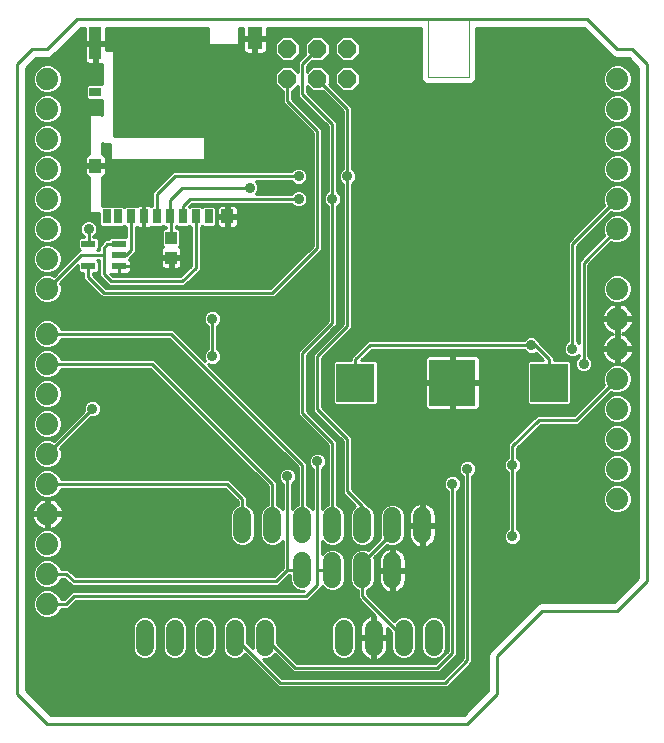
<source format=gbl>
G75*
%MOIN*%
%OFA0B0*%
%FSLAX25Y25*%
%IPPOS*%
%LPD*%
%AMOC8*
5,1,8,0,0,1.08239X$1,22.5*
%
%ADD10C,0.01000*%
%ADD11C,0.06000*%
%ADD12R,0.15354X0.15354*%
%ADD13R,0.12598X0.12598*%
%ADD14OC8,0.06000*%
%ADD15R,0.04724X0.02165*%
%ADD16R,0.02756X0.04724*%
%ADD17R,0.03937X0.04724*%
%ADD18R,0.03937X0.03150*%
%ADD19R,0.03937X0.11024*%
%ADD20R,0.05118X0.07480*%
%ADD21R,0.03937X0.04331*%
%ADD22C,0.07400*%
%ADD23C,0.00000*%
%ADD24C,0.03562*%
D10*
X0011500Y0062524D02*
X0001500Y0072524D01*
X0001500Y0282524D01*
X0006500Y0287524D01*
X0011500Y0287524D01*
X0021500Y0297524D01*
X0191500Y0297524D01*
X0201500Y0287524D01*
X0206500Y0287524D01*
X0211500Y0282524D01*
X0211500Y0110024D01*
X0201500Y0100024D01*
X0176500Y0100024D01*
X0161500Y0085024D01*
X0161500Y0072524D01*
X0151500Y0062524D01*
X0011500Y0062524D01*
X0012743Y0065524D02*
X0004500Y0073766D01*
X0004500Y0281281D01*
X0007743Y0284524D01*
X0012097Y0284524D01*
X0013199Y0284980D01*
X0022743Y0294524D01*
X0024085Y0294524D01*
X0024085Y0289829D01*
X0027069Y0289829D01*
X0027069Y0288860D01*
X0028037Y0288860D01*
X0028037Y0282333D01*
X0029559Y0282333D01*
X0029559Y0275681D01*
X0025129Y0275681D01*
X0024485Y0275036D01*
X0024485Y0270975D01*
X0025129Y0270331D01*
X0029559Y0270331D01*
X0029559Y0265565D01*
X0029242Y0265882D01*
X0025668Y0265882D01*
X0025228Y0265443D01*
X0025228Y0252416D01*
X0025006Y0252356D01*
X0024664Y0252159D01*
X0024384Y0251880D01*
X0024187Y0251538D01*
X0024085Y0251156D01*
X0024085Y0249081D01*
X0027069Y0249081D01*
X0027069Y0248112D01*
X0024085Y0248112D01*
X0024085Y0246037D01*
X0024187Y0245655D01*
X0024384Y0245313D01*
X0024664Y0245034D01*
X0025006Y0244836D01*
X0025228Y0244777D01*
X0025228Y0233128D01*
X0025668Y0232689D01*
X0028815Y0232689D01*
X0028815Y0228849D01*
X0029460Y0228205D01*
X0033127Y0228205D01*
X0033163Y0228242D01*
X0033200Y0228205D01*
X0036867Y0228205D01*
X0037199Y0228537D01*
X0037531Y0228205D01*
X0037764Y0228205D01*
X0037764Y0224696D01*
X0032551Y0224696D01*
X0031968Y0224114D01*
X0030827Y0224114D01*
X0029587Y0222874D01*
X0028650Y0221936D01*
X0028650Y0220374D01*
X0027992Y0220374D01*
X0028594Y0220975D01*
X0028594Y0224052D01*
X0027949Y0224696D01*
X0026850Y0224696D01*
X0026850Y0225068D01*
X0026882Y0225081D01*
X0027692Y0225892D01*
X0028131Y0226951D01*
X0028131Y0228097D01*
X0027692Y0229156D01*
X0026882Y0229966D01*
X0025823Y0230405D01*
X0024677Y0230405D01*
X0023618Y0229966D01*
X0022808Y0229156D01*
X0022369Y0228097D01*
X0022369Y0226951D01*
X0022808Y0225892D01*
X0023618Y0225081D01*
X0023650Y0225068D01*
X0023650Y0224696D01*
X0022314Y0224696D01*
X0021669Y0224052D01*
X0021669Y0220975D01*
X0022271Y0220374D01*
X0022087Y0220374D01*
X0021150Y0219436D01*
X0013574Y0211860D01*
X0012455Y0212324D01*
X0010545Y0212324D01*
X0008781Y0211593D01*
X0007431Y0210243D01*
X0006700Y0208478D01*
X0006700Y0206569D01*
X0007431Y0204805D01*
X0008781Y0203454D01*
X0010545Y0202724D01*
X0012455Y0202724D01*
X0014219Y0203454D01*
X0015569Y0204805D01*
X0016300Y0206569D01*
X0016300Y0208478D01*
X0015836Y0209597D01*
X0021669Y0215430D01*
X0021669Y0213495D01*
X0022314Y0212851D01*
X0023531Y0212851D01*
X0023531Y0210729D01*
X0024469Y0209792D01*
X0029587Y0204674D01*
X0087163Y0204674D01*
X0088100Y0205611D01*
X0103100Y0220611D01*
X0103100Y0260686D01*
X0102163Y0261624D01*
X0093100Y0270686D01*
X0093100Y0273424D01*
X0093198Y0273424D01*
X0094900Y0275125D01*
X0094900Y0271861D01*
X0095837Y0270924D01*
X0104900Y0261861D01*
X0104900Y0239979D01*
X0104868Y0239966D01*
X0104058Y0239156D01*
X0103619Y0238097D01*
X0103619Y0236951D01*
X0104058Y0235892D01*
X0104868Y0235081D01*
X0104900Y0235068D01*
X0104900Y0196936D01*
X0094900Y0186936D01*
X0094900Y0165611D01*
X0104900Y0155611D01*
X0104900Y0135549D01*
X0104178Y0135249D01*
X0103100Y0134172D01*
X0103100Y0147568D01*
X0103132Y0147581D01*
X0103942Y0148392D01*
X0104381Y0149451D01*
X0104381Y0150597D01*
X0103942Y0151656D01*
X0103132Y0152466D01*
X0102073Y0152905D01*
X0100927Y0152905D01*
X0099868Y0152466D01*
X0099058Y0151656D01*
X0098619Y0150597D01*
X0098619Y0149451D01*
X0099058Y0148392D01*
X0099868Y0147581D01*
X0099900Y0147568D01*
X0099900Y0134172D01*
X0098822Y0135249D01*
X0098100Y0135549D01*
X0098100Y0149436D01*
X0097163Y0150374D01*
X0065017Y0182519D01*
X0065927Y0182143D01*
X0067073Y0182143D01*
X0068132Y0182581D01*
X0068942Y0183392D01*
X0069381Y0184451D01*
X0069381Y0185597D01*
X0068942Y0186656D01*
X0068132Y0187466D01*
X0068100Y0187479D01*
X0068100Y0195068D01*
X0068132Y0195081D01*
X0068942Y0195892D01*
X0069381Y0196951D01*
X0069381Y0198097D01*
X0068942Y0199156D01*
X0068132Y0199966D01*
X0067073Y0200405D01*
X0065927Y0200405D01*
X0064868Y0199966D01*
X0064058Y0199156D01*
X0063619Y0198097D01*
X0063619Y0196951D01*
X0064058Y0195892D01*
X0064868Y0195081D01*
X0064900Y0195068D01*
X0064900Y0187479D01*
X0064868Y0187466D01*
X0064058Y0186656D01*
X0063619Y0185597D01*
X0063619Y0184451D01*
X0063996Y0183540D01*
X0054350Y0193186D01*
X0053413Y0194124D01*
X0016033Y0194124D01*
X0015569Y0195243D01*
X0014219Y0196593D01*
X0012455Y0197324D01*
X0010545Y0197324D01*
X0008781Y0196593D01*
X0007431Y0195243D01*
X0006700Y0193478D01*
X0006700Y0191569D01*
X0007431Y0189805D01*
X0008781Y0188454D01*
X0010545Y0187724D01*
X0012455Y0187724D01*
X0014219Y0188454D01*
X0015569Y0189805D01*
X0016033Y0190924D01*
X0052087Y0190924D01*
X0094900Y0148111D01*
X0094900Y0135549D01*
X0094178Y0135249D01*
X0093100Y0134172D01*
X0093100Y0142568D01*
X0093132Y0142581D01*
X0093942Y0143392D01*
X0094381Y0144451D01*
X0094381Y0145597D01*
X0093942Y0146656D01*
X0093132Y0147466D01*
X0092073Y0147905D01*
X0090927Y0147905D01*
X0089868Y0147466D01*
X0089058Y0146656D01*
X0088619Y0145597D01*
X0088619Y0144451D01*
X0089058Y0143392D01*
X0089868Y0142581D01*
X0089900Y0142568D01*
X0089900Y0134172D01*
X0088822Y0135249D01*
X0088100Y0135549D01*
X0088100Y0143186D01*
X0087163Y0144124D01*
X0048100Y0183186D01*
X0047163Y0184124D01*
X0016033Y0184124D01*
X0015569Y0185243D01*
X0014219Y0186593D01*
X0012455Y0187324D01*
X0010545Y0187324D01*
X0008781Y0186593D01*
X0007431Y0185243D01*
X0006700Y0183478D01*
X0006700Y0181569D01*
X0007431Y0179805D01*
X0008781Y0178454D01*
X0010545Y0177724D01*
X0012455Y0177724D01*
X0014219Y0178454D01*
X0015569Y0179805D01*
X0016033Y0180924D01*
X0045837Y0180924D01*
X0084900Y0141861D01*
X0084900Y0135549D01*
X0084178Y0135249D01*
X0083024Y0134096D01*
X0082400Y0132589D01*
X0082400Y0124958D01*
X0083024Y0123451D01*
X0084178Y0122298D01*
X0085684Y0121674D01*
X0087316Y0121674D01*
X0088822Y0122298D01*
X0089900Y0123375D01*
X0089900Y0114436D01*
X0087087Y0111624D01*
X0020913Y0111624D01*
X0019350Y0113186D01*
X0018413Y0114124D01*
X0016033Y0114124D01*
X0015569Y0115243D01*
X0014219Y0116593D01*
X0012455Y0117324D01*
X0010545Y0117324D01*
X0008781Y0116593D01*
X0007431Y0115243D01*
X0006700Y0113478D01*
X0006700Y0111569D01*
X0007431Y0109805D01*
X0008781Y0108454D01*
X0010545Y0107724D01*
X0012455Y0107724D01*
X0014219Y0108454D01*
X0015569Y0109805D01*
X0016033Y0110924D01*
X0017087Y0110924D01*
X0018650Y0109361D01*
X0019587Y0108424D01*
X0088413Y0108424D01*
X0092163Y0112174D01*
X0092400Y0112174D01*
X0092400Y0109958D01*
X0093024Y0108451D01*
X0094178Y0107298D01*
X0095684Y0106674D01*
X0097137Y0106674D01*
X0097087Y0106624D01*
X0019587Y0106624D01*
X0018650Y0105686D01*
X0017087Y0104124D01*
X0016033Y0104124D01*
X0015569Y0105243D01*
X0014219Y0106593D01*
X0012455Y0107324D01*
X0010545Y0107324D01*
X0008781Y0106593D01*
X0007431Y0105243D01*
X0006700Y0103478D01*
X0006700Y0101569D01*
X0007431Y0099805D01*
X0008781Y0098454D01*
X0010545Y0097724D01*
X0012455Y0097724D01*
X0014219Y0098454D01*
X0015569Y0099805D01*
X0016033Y0100924D01*
X0018413Y0100924D01*
X0020913Y0103424D01*
X0098413Y0103424D01*
X0099350Y0104361D01*
X0103100Y0108111D01*
X0103100Y0108375D01*
X0104178Y0107298D01*
X0105684Y0106674D01*
X0107316Y0106674D01*
X0108822Y0107298D01*
X0109976Y0108451D01*
X0110600Y0109958D01*
X0110600Y0117589D01*
X0109976Y0119096D01*
X0108822Y0120249D01*
X0107316Y0120874D01*
X0105684Y0120874D01*
X0104178Y0120249D01*
X0103100Y0119172D01*
X0103100Y0123375D01*
X0104178Y0122298D01*
X0105684Y0121674D01*
X0107316Y0121674D01*
X0108822Y0122298D01*
X0109976Y0123451D01*
X0110600Y0124958D01*
X0110600Y0132589D01*
X0109976Y0134096D01*
X0108822Y0135249D01*
X0108100Y0135549D01*
X0108100Y0156936D01*
X0098100Y0166936D01*
X0098100Y0185611D01*
X0107163Y0194674D01*
X0108100Y0195611D01*
X0108100Y0235068D01*
X0108132Y0235081D01*
X0108942Y0235892D01*
X0109381Y0236951D01*
X0109381Y0238097D01*
X0108942Y0239156D01*
X0108132Y0239966D01*
X0108100Y0239979D01*
X0108100Y0263186D01*
X0098100Y0273186D01*
X0098100Y0275125D01*
X0099802Y0273424D01*
X0103198Y0273424D01*
X0103268Y0273493D01*
X0109900Y0266861D01*
X0109900Y0247479D01*
X0109868Y0247466D01*
X0109058Y0246656D01*
X0108619Y0245597D01*
X0108619Y0244451D01*
X0109058Y0243392D01*
X0109868Y0242581D01*
X0109900Y0242568D01*
X0109900Y0195686D01*
X0099900Y0185686D01*
X0099900Y0166861D01*
X0100837Y0165924D01*
X0109900Y0156861D01*
X0109900Y0139361D01*
X0110837Y0138424D01*
X0114095Y0135166D01*
X0113024Y0134096D01*
X0112400Y0132589D01*
X0112400Y0124958D01*
X0113024Y0123451D01*
X0114178Y0122298D01*
X0115684Y0121674D01*
X0117316Y0121674D01*
X0118822Y0122298D01*
X0119976Y0123451D01*
X0120600Y0124958D01*
X0120600Y0132589D01*
X0119976Y0134096D01*
X0118822Y0135249D01*
X0118100Y0135549D01*
X0118100Y0135686D01*
X0113100Y0140686D01*
X0113100Y0158186D01*
X0103100Y0168186D01*
X0103100Y0184361D01*
X0112163Y0193424D01*
X0113100Y0194361D01*
X0113100Y0242568D01*
X0113132Y0242581D01*
X0113942Y0243392D01*
X0114381Y0244451D01*
X0114381Y0245597D01*
X0113942Y0246656D01*
X0113132Y0247466D01*
X0113100Y0247479D01*
X0113100Y0268186D01*
X0105530Y0275756D01*
X0105600Y0275825D01*
X0105600Y0279222D01*
X0103198Y0281624D01*
X0099802Y0281624D01*
X0098100Y0279922D01*
X0098100Y0281861D01*
X0099732Y0283493D01*
X0099802Y0283424D01*
X0103198Y0283424D01*
X0105600Y0285825D01*
X0105600Y0289222D01*
X0103198Y0291624D01*
X0099802Y0291624D01*
X0097400Y0289222D01*
X0097400Y0285825D01*
X0097470Y0285756D01*
X0094900Y0283186D01*
X0094900Y0279922D01*
X0093198Y0281624D01*
X0089802Y0281624D01*
X0087400Y0279222D01*
X0087400Y0275825D01*
X0089802Y0273424D01*
X0089900Y0273424D01*
X0089900Y0269361D01*
X0099900Y0259361D01*
X0099900Y0221936D01*
X0085837Y0207874D01*
X0030913Y0207874D01*
X0026731Y0212055D01*
X0026731Y0212851D01*
X0027949Y0212851D01*
X0028594Y0213495D01*
X0028594Y0216572D01*
X0027992Y0217174D01*
X0028650Y0217174D01*
X0028650Y0211861D01*
X0029587Y0210924D01*
X0032087Y0208424D01*
X0057163Y0208424D01*
X0058100Y0209361D01*
X0062618Y0213879D01*
X0062618Y0228205D01*
X0062851Y0228205D01*
X0063183Y0228537D01*
X0063515Y0228205D01*
X0067182Y0228205D01*
X0067826Y0228849D01*
X0067826Y0234485D01*
X0067182Y0235130D01*
X0063515Y0235130D01*
X0063183Y0234798D01*
X0062851Y0235130D01*
X0059184Y0235130D01*
X0058852Y0234798D01*
X0058695Y0234955D01*
X0059663Y0235924D01*
X0092794Y0235924D01*
X0092808Y0235892D01*
X0093618Y0235081D01*
X0094677Y0234643D01*
X0095823Y0234643D01*
X0096882Y0235081D01*
X0097692Y0235892D01*
X0098131Y0236951D01*
X0098131Y0238097D01*
X0097692Y0239156D01*
X0096882Y0239966D01*
X0095823Y0240405D01*
X0094677Y0240405D01*
X0093618Y0239966D01*
X0092808Y0239156D01*
X0092794Y0239124D01*
X0080924Y0239124D01*
X0081442Y0239642D01*
X0081881Y0240701D01*
X0081881Y0241847D01*
X0081442Y0242906D01*
X0080924Y0243424D01*
X0092794Y0243424D01*
X0092808Y0243392D01*
X0093618Y0242581D01*
X0094677Y0242143D01*
X0095823Y0242143D01*
X0096882Y0242581D01*
X0097692Y0243392D01*
X0098131Y0244451D01*
X0098131Y0245597D01*
X0097692Y0246656D01*
X0096882Y0247466D01*
X0095823Y0247905D01*
X0094677Y0247905D01*
X0093618Y0247466D01*
X0092808Y0246656D01*
X0092794Y0246624D01*
X0053337Y0246624D01*
X0052400Y0245686D01*
X0046426Y0239712D01*
X0046426Y0235130D01*
X0046192Y0235130D01*
X0046143Y0235081D01*
X0045994Y0235230D01*
X0045652Y0235427D01*
X0045270Y0235530D01*
X0043884Y0235530D01*
X0043884Y0231856D01*
X0043506Y0231856D01*
X0043506Y0235530D01*
X0042119Y0235530D01*
X0041738Y0235427D01*
X0041396Y0235230D01*
X0041247Y0235081D01*
X0041198Y0235130D01*
X0037531Y0235130D01*
X0037199Y0234798D01*
X0036867Y0235130D01*
X0033200Y0235130D01*
X0033163Y0235093D01*
X0033127Y0235130D01*
X0029681Y0235130D01*
X0029681Y0244734D01*
X0029719Y0244734D01*
X0030101Y0244836D01*
X0030443Y0245034D01*
X0030722Y0245313D01*
X0030919Y0245655D01*
X0031022Y0246037D01*
X0031022Y0248112D01*
X0028037Y0248112D01*
X0028037Y0249081D01*
X0031022Y0249081D01*
X0031022Y0251156D01*
X0030919Y0251538D01*
X0030722Y0251880D01*
X0030443Y0252159D01*
X0030101Y0252356D01*
X0029719Y0252459D01*
X0029681Y0252459D01*
X0029681Y0256038D01*
X0029998Y0255720D01*
X0032315Y0255720D01*
X0032315Y0251042D01*
X0032754Y0250602D01*
X0063691Y0250602D01*
X0064130Y0251042D01*
X0064130Y0257962D01*
X0063691Y0258402D01*
X0033815Y0258402D01*
X0033815Y0286702D01*
X0033376Y0287142D01*
X0031022Y0287142D01*
X0031022Y0288860D01*
X0028037Y0288860D01*
X0028037Y0289829D01*
X0031022Y0289829D01*
X0031022Y0294524D01*
X0065189Y0294524D01*
X0065189Y0289231D01*
X0065628Y0288791D01*
X0075108Y0288791D01*
X0075547Y0289231D01*
X0075547Y0294524D01*
X0076644Y0294524D01*
X0076644Y0291616D01*
X0080203Y0291616D01*
X0080203Y0290616D01*
X0081203Y0290616D01*
X0081203Y0291616D01*
X0084762Y0291616D01*
X0084762Y0294524D01*
X0136008Y0294524D01*
X0136008Y0277646D01*
X0136388Y0276728D01*
X0137092Y0276024D01*
X0138011Y0275644D01*
X0152489Y0275644D01*
X0153408Y0276024D01*
X0154112Y0276728D01*
X0154492Y0277646D01*
X0154492Y0294524D01*
X0190257Y0294524D01*
X0198957Y0285824D01*
X0199801Y0284980D01*
X0200903Y0284524D01*
X0205257Y0284524D01*
X0208500Y0281281D01*
X0208500Y0111266D01*
X0200257Y0103024D01*
X0175903Y0103024D01*
X0174801Y0102567D01*
X0159801Y0087567D01*
X0158957Y0086723D01*
X0158500Y0085620D01*
X0158500Y0073766D01*
X0150257Y0065524D01*
X0012743Y0065524D01*
X0011749Y0066518D02*
X0151251Y0066518D01*
X0152250Y0067516D02*
X0010750Y0067516D01*
X0009752Y0068515D02*
X0153248Y0068515D01*
X0154247Y0069513D02*
X0008753Y0069513D01*
X0007755Y0070512D02*
X0155245Y0070512D01*
X0156244Y0071510D02*
X0006756Y0071510D01*
X0005758Y0072509D02*
X0157242Y0072509D01*
X0158241Y0073507D02*
X0004759Y0073507D01*
X0004500Y0074506D02*
X0158500Y0074506D01*
X0158500Y0075504D02*
X0145493Y0075504D01*
X0145600Y0075611D02*
X0153100Y0083111D01*
X0153100Y0145068D01*
X0153132Y0145081D01*
X0153942Y0145892D01*
X0154381Y0146951D01*
X0154381Y0148097D01*
X0153942Y0149156D01*
X0153132Y0149966D01*
X0152073Y0150405D01*
X0150927Y0150405D01*
X0149868Y0149966D01*
X0149058Y0149156D01*
X0148619Y0148097D01*
X0148619Y0146951D01*
X0149058Y0145892D01*
X0149868Y0145081D01*
X0149900Y0145068D01*
X0149900Y0084436D01*
X0143337Y0077874D01*
X0089663Y0077874D01*
X0083363Y0084174D01*
X0084816Y0084174D01*
X0086322Y0084798D01*
X0087268Y0085743D01*
X0093337Y0079674D01*
X0142163Y0079674D01*
X0143100Y0080611D01*
X0148100Y0085611D01*
X0148100Y0140068D01*
X0148132Y0140081D01*
X0148942Y0140892D01*
X0149381Y0141951D01*
X0149381Y0143097D01*
X0148942Y0144156D01*
X0148132Y0144966D01*
X0147073Y0145405D01*
X0145927Y0145405D01*
X0144868Y0144966D01*
X0144058Y0144156D01*
X0143619Y0143097D01*
X0143619Y0141951D01*
X0144058Y0140892D01*
X0144868Y0140081D01*
X0144900Y0140068D01*
X0144900Y0086936D01*
X0140837Y0082874D01*
X0094663Y0082874D01*
X0088100Y0089436D01*
X0088100Y0095089D01*
X0087476Y0096596D01*
X0086322Y0097749D01*
X0084816Y0098374D01*
X0083184Y0098374D01*
X0081678Y0097749D01*
X0080524Y0096596D01*
X0079900Y0095089D01*
X0079900Y0087636D01*
X0078100Y0089436D01*
X0078100Y0095089D01*
X0077476Y0096596D01*
X0076322Y0097749D01*
X0074816Y0098374D01*
X0073184Y0098374D01*
X0071678Y0097749D01*
X0070524Y0096596D01*
X0069900Y0095089D01*
X0069900Y0087458D01*
X0070524Y0085951D01*
X0071678Y0084798D01*
X0073184Y0084174D01*
X0074816Y0084174D01*
X0076322Y0084798D01*
X0077268Y0085743D01*
X0088337Y0074674D01*
X0144663Y0074674D01*
X0145600Y0075611D01*
X0146492Y0076503D02*
X0158500Y0076503D01*
X0158500Y0077501D02*
X0147490Y0077501D01*
X0148489Y0078500D02*
X0158500Y0078500D01*
X0158500Y0079498D02*
X0149487Y0079498D01*
X0150486Y0080497D02*
X0158500Y0080497D01*
X0158500Y0081495D02*
X0151484Y0081495D01*
X0152483Y0082494D02*
X0158500Y0082494D01*
X0158500Y0083492D02*
X0153100Y0083492D01*
X0153100Y0084491D02*
X0158500Y0084491D01*
X0158500Y0085489D02*
X0153100Y0085489D01*
X0153100Y0086488D02*
X0158859Y0086488D01*
X0159720Y0087486D02*
X0153100Y0087486D01*
X0153100Y0088485D02*
X0160719Y0088485D01*
X0161717Y0089483D02*
X0153100Y0089483D01*
X0153100Y0090482D02*
X0162716Y0090482D01*
X0163714Y0091480D02*
X0153100Y0091480D01*
X0153100Y0092479D02*
X0164713Y0092479D01*
X0165711Y0093477D02*
X0153100Y0093477D01*
X0153100Y0094476D02*
X0166710Y0094476D01*
X0167708Y0095474D02*
X0153100Y0095474D01*
X0153100Y0096473D02*
X0168707Y0096473D01*
X0169705Y0097472D02*
X0153100Y0097472D01*
X0153100Y0098470D02*
X0170704Y0098470D01*
X0171702Y0099469D02*
X0153100Y0099469D01*
X0153100Y0100467D02*
X0172701Y0100467D01*
X0173699Y0101466D02*
X0153100Y0101466D01*
X0153100Y0102464D02*
X0174698Y0102464D01*
X0167073Y0122143D02*
X0165927Y0122143D01*
X0164868Y0122581D01*
X0164058Y0123392D01*
X0163619Y0124451D01*
X0163619Y0125597D01*
X0164058Y0126656D01*
X0164868Y0127466D01*
X0164900Y0127479D01*
X0164900Y0146318D01*
X0164868Y0146331D01*
X0164058Y0147142D01*
X0163619Y0148201D01*
X0163619Y0149347D01*
X0164058Y0150406D01*
X0164868Y0151216D01*
X0164900Y0151229D01*
X0164900Y0155686D01*
X0165837Y0156624D01*
X0174587Y0165374D01*
X0187087Y0165374D01*
X0197164Y0175450D01*
X0196700Y0176569D01*
X0196700Y0178478D01*
X0197431Y0180243D01*
X0198781Y0181593D01*
X0200545Y0182324D01*
X0202455Y0182324D01*
X0204219Y0181593D01*
X0205569Y0180243D01*
X0206300Y0178478D01*
X0206300Y0176569D01*
X0205569Y0174805D01*
X0204219Y0173454D01*
X0202455Y0172724D01*
X0200545Y0172724D01*
X0199426Y0173187D01*
X0189350Y0163111D01*
X0188413Y0162174D01*
X0175913Y0162174D01*
X0168100Y0154361D01*
X0168100Y0151229D01*
X0168132Y0151216D01*
X0168942Y0150406D01*
X0169381Y0149347D01*
X0169381Y0148201D01*
X0168942Y0147142D01*
X0168132Y0146331D01*
X0168100Y0146318D01*
X0168100Y0127479D01*
X0168132Y0127466D01*
X0168942Y0126656D01*
X0169381Y0125597D01*
X0169381Y0124451D01*
X0168942Y0123392D01*
X0168132Y0122581D01*
X0167073Y0122143D01*
X0167777Y0122434D02*
X0208500Y0122434D01*
X0208500Y0121436D02*
X0153100Y0121436D01*
X0153100Y0122434D02*
X0165222Y0122434D01*
X0164040Y0123433D02*
X0153100Y0123433D01*
X0153100Y0124431D02*
X0163627Y0124431D01*
X0163619Y0125430D02*
X0153100Y0125430D01*
X0153100Y0126428D02*
X0163963Y0126428D01*
X0164829Y0127427D02*
X0153100Y0127427D01*
X0153100Y0128425D02*
X0164900Y0128425D01*
X0164900Y0129424D02*
X0153100Y0129424D01*
X0153100Y0130422D02*
X0164900Y0130422D01*
X0164900Y0131421D02*
X0153100Y0131421D01*
X0153100Y0132419D02*
X0164900Y0132419D01*
X0164900Y0133418D02*
X0153100Y0133418D01*
X0153100Y0134416D02*
X0164900Y0134416D01*
X0164900Y0135415D02*
X0153100Y0135415D01*
X0153100Y0136413D02*
X0164900Y0136413D01*
X0164900Y0137412D02*
X0153100Y0137412D01*
X0153100Y0138410D02*
X0164900Y0138410D01*
X0164900Y0139409D02*
X0153100Y0139409D01*
X0153100Y0140408D02*
X0164900Y0140408D01*
X0164900Y0141406D02*
X0153100Y0141406D01*
X0153100Y0142405D02*
X0164900Y0142405D01*
X0164900Y0143403D02*
X0153100Y0143403D01*
X0153100Y0144402D02*
X0164900Y0144402D01*
X0164900Y0145400D02*
X0153451Y0145400D01*
X0154152Y0146399D02*
X0164801Y0146399D01*
X0163952Y0147397D02*
X0154381Y0147397D01*
X0154257Y0148396D02*
X0163619Y0148396D01*
X0163639Y0149394D02*
X0153704Y0149394D01*
X0152102Y0150393D02*
X0164052Y0150393D01*
X0164900Y0151391D02*
X0113100Y0151391D01*
X0113100Y0150393D02*
X0150898Y0150393D01*
X0149296Y0149394D02*
X0113100Y0149394D01*
X0113100Y0148396D02*
X0148743Y0148396D01*
X0148619Y0147397D02*
X0113100Y0147397D01*
X0113100Y0146399D02*
X0148848Y0146399D01*
X0149549Y0145400D02*
X0147084Y0145400D01*
X0145916Y0145400D02*
X0113100Y0145400D01*
X0113100Y0144402D02*
X0144303Y0144402D01*
X0143746Y0143403D02*
X0113100Y0143403D01*
X0113100Y0142405D02*
X0143619Y0142405D01*
X0143844Y0141406D02*
X0113100Y0141406D01*
X0113379Y0140408D02*
X0144542Y0140408D01*
X0144900Y0139409D02*
X0114377Y0139409D01*
X0115376Y0138410D02*
X0144900Y0138410D01*
X0144900Y0137412D02*
X0116374Y0137412D01*
X0117373Y0136413D02*
X0144900Y0136413D01*
X0144900Y0135415D02*
X0139144Y0135415D01*
X0138859Y0135622D02*
X0138227Y0135944D01*
X0137554Y0136163D01*
X0137000Y0136251D01*
X0137000Y0129274D01*
X0136000Y0129274D01*
X0136000Y0136251D01*
X0135446Y0136163D01*
X0134773Y0135944D01*
X0134141Y0135622D01*
X0133568Y0135206D01*
X0133068Y0134705D01*
X0132651Y0134132D01*
X0132330Y0133501D01*
X0132111Y0132827D01*
X0132000Y0132128D01*
X0132000Y0129274D01*
X0136000Y0129274D01*
X0136000Y0128274D01*
X0132000Y0128274D01*
X0132000Y0125419D01*
X0132111Y0124720D01*
X0132330Y0124046D01*
X0132651Y0123415D01*
X0133068Y0122842D01*
X0133568Y0122341D01*
X0134141Y0121925D01*
X0134773Y0121603D01*
X0135446Y0121384D01*
X0136000Y0121297D01*
X0136000Y0128274D01*
X0137000Y0128274D01*
X0137000Y0129274D01*
X0141000Y0129274D01*
X0141000Y0132128D01*
X0140889Y0132827D01*
X0140670Y0133501D01*
X0140349Y0134132D01*
X0139932Y0134705D01*
X0139432Y0135206D01*
X0138859Y0135622D01*
X0140142Y0134416D02*
X0144900Y0134416D01*
X0144900Y0133418D02*
X0140697Y0133418D01*
X0140954Y0132419D02*
X0144900Y0132419D01*
X0144900Y0131421D02*
X0141000Y0131421D01*
X0141000Y0130422D02*
X0144900Y0130422D01*
X0144900Y0129424D02*
X0141000Y0129424D01*
X0141000Y0128274D02*
X0137000Y0128274D01*
X0137000Y0121297D01*
X0137554Y0121384D01*
X0138227Y0121603D01*
X0138859Y0121925D01*
X0139432Y0122341D01*
X0139932Y0122842D01*
X0140349Y0123415D01*
X0140670Y0124046D01*
X0140889Y0124720D01*
X0141000Y0125419D01*
X0141000Y0128274D01*
X0141000Y0127427D02*
X0144900Y0127427D01*
X0144900Y0128425D02*
X0137000Y0128425D01*
X0137000Y0127427D02*
X0136000Y0127427D01*
X0136000Y0128425D02*
X0130600Y0128425D01*
X0130600Y0127427D02*
X0132000Y0127427D01*
X0132000Y0126428D02*
X0130600Y0126428D01*
X0130600Y0125430D02*
X0132000Y0125430D01*
X0132205Y0124431D02*
X0130382Y0124431D01*
X0130600Y0124958D02*
X0130600Y0132589D01*
X0129976Y0134096D01*
X0128822Y0135249D01*
X0127316Y0135874D01*
X0125684Y0135874D01*
X0124178Y0135249D01*
X0123024Y0134096D01*
X0122400Y0132589D01*
X0122400Y0124958D01*
X0122553Y0124589D01*
X0118392Y0120428D01*
X0117316Y0120874D01*
X0115684Y0120874D01*
X0114178Y0120249D01*
X0113024Y0119096D01*
X0112400Y0117589D01*
X0112400Y0109958D01*
X0113024Y0108451D01*
X0114178Y0107298D01*
X0114900Y0106999D01*
X0114900Y0104361D01*
X0120750Y0098511D01*
X0120750Y0091774D01*
X0119750Y0091774D01*
X0119750Y0098751D01*
X0119196Y0098663D01*
X0118523Y0098444D01*
X0117891Y0098122D01*
X0117318Y0097706D01*
X0116818Y0097205D01*
X0116401Y0096632D01*
X0116080Y0096001D01*
X0115861Y0095327D01*
X0115750Y0094628D01*
X0115750Y0091774D01*
X0119750Y0091774D01*
X0119750Y0090774D01*
X0115750Y0090774D01*
X0115750Y0087919D01*
X0115861Y0087220D01*
X0116080Y0086546D01*
X0116401Y0085915D01*
X0116818Y0085342D01*
X0117318Y0084841D01*
X0117891Y0084425D01*
X0118523Y0084103D01*
X0119196Y0083884D01*
X0119750Y0083797D01*
X0119750Y0090774D01*
X0120750Y0090774D01*
X0120750Y0091774D01*
X0124750Y0091774D01*
X0124750Y0094511D01*
X0126150Y0093111D01*
X0126150Y0087458D01*
X0126774Y0085951D01*
X0127928Y0084798D01*
X0129434Y0084174D01*
X0131066Y0084174D01*
X0132572Y0084798D01*
X0133726Y0085951D01*
X0134350Y0087458D01*
X0134350Y0095089D01*
X0133726Y0096596D01*
X0132572Y0097749D01*
X0131066Y0098374D01*
X0129434Y0098374D01*
X0127928Y0097749D01*
X0126982Y0096804D01*
X0118100Y0105686D01*
X0118100Y0106999D01*
X0118822Y0107298D01*
X0119976Y0108451D01*
X0120600Y0109958D01*
X0120600Y0117589D01*
X0120447Y0117958D01*
X0124608Y0122119D01*
X0125684Y0121674D01*
X0127316Y0121674D01*
X0128822Y0122298D01*
X0129976Y0123451D01*
X0130600Y0124958D01*
X0129957Y0123433D02*
X0132642Y0123433D01*
X0133475Y0122434D02*
X0128959Y0122434D01*
X0128227Y0120944D02*
X0127554Y0121163D01*
X0127000Y0121251D01*
X0127000Y0114274D01*
X0126000Y0114274D01*
X0126000Y0121251D01*
X0125446Y0121163D01*
X0124773Y0120944D01*
X0124141Y0120622D01*
X0123568Y0120206D01*
X0123068Y0119705D01*
X0122651Y0119132D01*
X0122330Y0118501D01*
X0122111Y0117827D01*
X0122000Y0117128D01*
X0122000Y0114274D01*
X0126000Y0114274D01*
X0126000Y0113274D01*
X0122000Y0113274D01*
X0122000Y0110419D01*
X0122111Y0109720D01*
X0122330Y0109046D01*
X0122651Y0108415D01*
X0123068Y0107842D01*
X0123568Y0107341D01*
X0124141Y0106925D01*
X0124773Y0106603D01*
X0125446Y0106384D01*
X0126000Y0106297D01*
X0126000Y0113274D01*
X0127000Y0113274D01*
X0127000Y0114274D01*
X0131000Y0114274D01*
X0131000Y0117128D01*
X0130889Y0117827D01*
X0130670Y0118501D01*
X0130349Y0119132D01*
X0129932Y0119705D01*
X0129432Y0120206D01*
X0128859Y0120622D01*
X0128227Y0120944D01*
X0129113Y0120437D02*
X0144900Y0120437D01*
X0144900Y0119439D02*
X0130126Y0119439D01*
X0130690Y0118440D02*
X0144900Y0118440D01*
X0144900Y0117442D02*
X0130950Y0117442D01*
X0131000Y0116443D02*
X0144900Y0116443D01*
X0144900Y0115445D02*
X0131000Y0115445D01*
X0131000Y0114446D02*
X0144900Y0114446D01*
X0144900Y0113448D02*
X0127000Y0113448D01*
X0127000Y0113274D02*
X0131000Y0113274D01*
X0131000Y0110419D01*
X0130889Y0109720D01*
X0130670Y0109046D01*
X0130349Y0108415D01*
X0129932Y0107842D01*
X0129432Y0107341D01*
X0128859Y0106925D01*
X0128227Y0106603D01*
X0127554Y0106384D01*
X0127000Y0106297D01*
X0127000Y0113274D01*
X0127000Y0112449D02*
X0126000Y0112449D01*
X0126000Y0111451D02*
X0127000Y0111451D01*
X0127000Y0110452D02*
X0126000Y0110452D01*
X0126000Y0109454D02*
X0127000Y0109454D01*
X0127000Y0108455D02*
X0126000Y0108455D01*
X0126000Y0107457D02*
X0127000Y0107457D01*
X0127000Y0106458D02*
X0126000Y0106458D01*
X0125219Y0106458D02*
X0118100Y0106458D01*
X0118327Y0105460D02*
X0144900Y0105460D01*
X0144900Y0106458D02*
X0127781Y0106458D01*
X0129547Y0107457D02*
X0144900Y0107457D01*
X0144900Y0108455D02*
X0130369Y0108455D01*
X0130803Y0109454D02*
X0144900Y0109454D01*
X0144900Y0110452D02*
X0131000Y0110452D01*
X0131000Y0111451D02*
X0144900Y0111451D01*
X0144900Y0112449D02*
X0131000Y0112449D01*
X0127000Y0114446D02*
X0126000Y0114446D01*
X0126000Y0113448D02*
X0120600Y0113448D01*
X0120600Y0114446D02*
X0122000Y0114446D01*
X0122000Y0115445D02*
X0120600Y0115445D01*
X0120600Y0116443D02*
X0122000Y0116443D01*
X0122050Y0117442D02*
X0120600Y0117442D01*
X0120929Y0118440D02*
X0122310Y0118440D01*
X0121928Y0119439D02*
X0122874Y0119439D01*
X0122926Y0120437D02*
X0123887Y0120437D01*
X0123925Y0121436D02*
X0135288Y0121436D01*
X0136000Y0121436D02*
X0137000Y0121436D01*
X0137712Y0121436D02*
X0144900Y0121436D01*
X0144900Y0122434D02*
X0139525Y0122434D01*
X0140358Y0123433D02*
X0144900Y0123433D01*
X0144900Y0124431D02*
X0140795Y0124431D01*
X0141000Y0125430D02*
X0144900Y0125430D01*
X0144900Y0126428D02*
X0141000Y0126428D01*
X0137000Y0126428D02*
X0136000Y0126428D01*
X0136000Y0125430D02*
X0137000Y0125430D01*
X0137000Y0124431D02*
X0136000Y0124431D01*
X0136000Y0123433D02*
X0137000Y0123433D01*
X0137000Y0122434D02*
X0136000Y0122434D01*
X0136000Y0129424D02*
X0137000Y0129424D01*
X0137000Y0130422D02*
X0136000Y0130422D01*
X0136000Y0131421D02*
X0137000Y0131421D01*
X0137000Y0132419D02*
X0136000Y0132419D01*
X0136000Y0133418D02*
X0137000Y0133418D01*
X0137000Y0134416D02*
X0136000Y0134416D01*
X0136000Y0135415D02*
X0137000Y0135415D01*
X0133856Y0135415D02*
X0128423Y0135415D01*
X0129655Y0134416D02*
X0132858Y0134416D01*
X0132303Y0133418D02*
X0130257Y0133418D01*
X0130600Y0132419D02*
X0132046Y0132419D01*
X0132000Y0131421D02*
X0130600Y0131421D01*
X0130600Y0130422D02*
X0132000Y0130422D01*
X0132000Y0129424D02*
X0130600Y0129424D01*
X0126500Y0128774D02*
X0126500Y0126274D01*
X0116500Y0116274D01*
X0116500Y0113774D01*
X0116500Y0105024D01*
X0130250Y0091274D01*
X0133777Y0096473D02*
X0136723Y0096473D01*
X0136774Y0096596D02*
X0136150Y0095089D01*
X0136150Y0087458D01*
X0136774Y0085951D01*
X0137928Y0084798D01*
X0139434Y0084174D01*
X0141066Y0084174D01*
X0142572Y0084798D01*
X0143726Y0085951D01*
X0144350Y0087458D01*
X0144350Y0095089D01*
X0143726Y0096596D01*
X0142572Y0097749D01*
X0141066Y0098374D01*
X0139434Y0098374D01*
X0137928Y0097749D01*
X0136774Y0096596D01*
X0136310Y0095474D02*
X0134190Y0095474D01*
X0134350Y0094476D02*
X0136150Y0094476D01*
X0136150Y0093477D02*
X0134350Y0093477D01*
X0134350Y0092479D02*
X0136150Y0092479D01*
X0136150Y0091480D02*
X0134350Y0091480D01*
X0134350Y0090482D02*
X0136150Y0090482D01*
X0136150Y0089483D02*
X0134350Y0089483D01*
X0134350Y0088485D02*
X0136150Y0088485D01*
X0136150Y0087486D02*
X0134350Y0087486D01*
X0133948Y0086488D02*
X0136552Y0086488D01*
X0137236Y0085489D02*
X0133264Y0085489D01*
X0131831Y0084491D02*
X0138669Y0084491D01*
X0141456Y0083492D02*
X0094044Y0083492D01*
X0093045Y0084491D02*
X0108669Y0084491D01*
X0107928Y0084798D02*
X0109434Y0084174D01*
X0111066Y0084174D01*
X0112572Y0084798D01*
X0113726Y0085951D01*
X0114350Y0087458D01*
X0114350Y0095089D01*
X0113726Y0096596D01*
X0112572Y0097749D01*
X0111066Y0098374D01*
X0109434Y0098374D01*
X0107928Y0097749D01*
X0106774Y0096596D01*
X0106150Y0095089D01*
X0106150Y0087458D01*
X0106774Y0085951D01*
X0107928Y0084798D01*
X0107236Y0085489D02*
X0092047Y0085489D01*
X0091048Y0086488D02*
X0106552Y0086488D01*
X0106150Y0087486D02*
X0090050Y0087486D01*
X0089051Y0088485D02*
X0106150Y0088485D01*
X0106150Y0089483D02*
X0088100Y0089483D01*
X0088100Y0090482D02*
X0106150Y0090482D01*
X0106150Y0091480D02*
X0088100Y0091480D01*
X0088100Y0092479D02*
X0106150Y0092479D01*
X0106150Y0093477D02*
X0088100Y0093477D01*
X0088100Y0094476D02*
X0106150Y0094476D01*
X0106310Y0095474D02*
X0087940Y0095474D01*
X0087527Y0096473D02*
X0106723Y0096473D01*
X0107650Y0097472D02*
X0086600Y0097472D01*
X0081400Y0097472D02*
X0076600Y0097472D01*
X0077527Y0096473D02*
X0080473Y0096473D01*
X0080060Y0095474D02*
X0077940Y0095474D01*
X0078100Y0094476D02*
X0079900Y0094476D01*
X0079900Y0093477D02*
X0078100Y0093477D01*
X0078100Y0092479D02*
X0079900Y0092479D01*
X0079900Y0091480D02*
X0078100Y0091480D01*
X0078100Y0090482D02*
X0079900Y0090482D01*
X0079900Y0089483D02*
X0078100Y0089483D01*
X0079051Y0088485D02*
X0079900Y0088485D01*
X0077521Y0085489D02*
X0077014Y0085489D01*
X0075581Y0084491D02*
X0078520Y0084491D01*
X0079519Y0083492D02*
X0004500Y0083492D01*
X0004500Y0082494D02*
X0080517Y0082494D01*
X0081516Y0081495D02*
X0004500Y0081495D01*
X0004500Y0080497D02*
X0082514Y0080497D01*
X0083513Y0079498D02*
X0004500Y0079498D01*
X0004500Y0078500D02*
X0084511Y0078500D01*
X0085510Y0077501D02*
X0004500Y0077501D01*
X0004500Y0076503D02*
X0086508Y0076503D01*
X0087507Y0075504D02*
X0004500Y0075504D01*
X0004500Y0084491D02*
X0042419Y0084491D01*
X0041678Y0084798D02*
X0043184Y0084174D01*
X0044816Y0084174D01*
X0046322Y0084798D01*
X0047476Y0085951D01*
X0048100Y0087458D01*
X0048100Y0095089D01*
X0047476Y0096596D01*
X0046322Y0097749D01*
X0044816Y0098374D01*
X0043184Y0098374D01*
X0041678Y0097749D01*
X0040524Y0096596D01*
X0039900Y0095089D01*
X0039900Y0087458D01*
X0040524Y0085951D01*
X0041678Y0084798D01*
X0040986Y0085489D02*
X0004500Y0085489D01*
X0004500Y0086488D02*
X0040302Y0086488D01*
X0039900Y0087486D02*
X0004500Y0087486D01*
X0004500Y0088485D02*
X0039900Y0088485D01*
X0039900Y0089483D02*
X0004500Y0089483D01*
X0004500Y0090482D02*
X0039900Y0090482D01*
X0039900Y0091480D02*
X0004500Y0091480D01*
X0004500Y0092479D02*
X0039900Y0092479D01*
X0039900Y0093477D02*
X0004500Y0093477D01*
X0004500Y0094476D02*
X0039900Y0094476D01*
X0040060Y0095474D02*
X0004500Y0095474D01*
X0004500Y0096473D02*
X0040473Y0096473D01*
X0041400Y0097472D02*
X0004500Y0097472D01*
X0004500Y0098470D02*
X0008765Y0098470D01*
X0007767Y0099469D02*
X0004500Y0099469D01*
X0004500Y0100467D02*
X0007156Y0100467D01*
X0006743Y0101466D02*
X0004500Y0101466D01*
X0004500Y0102464D02*
X0006700Y0102464D01*
X0006700Y0103463D02*
X0004500Y0103463D01*
X0004500Y0104461D02*
X0007107Y0104461D01*
X0007648Y0105460D02*
X0004500Y0105460D01*
X0004500Y0106458D02*
X0008646Y0106458D01*
X0008780Y0108455D02*
X0004500Y0108455D01*
X0004500Y0107457D02*
X0094019Y0107457D01*
X0093023Y0108455D02*
X0088444Y0108455D01*
X0089443Y0109454D02*
X0092609Y0109454D01*
X0092400Y0110452D02*
X0090441Y0110452D01*
X0091440Y0111451D02*
X0092400Y0111451D01*
X0091500Y0113774D02*
X0096500Y0113774D01*
X0101500Y0113774D02*
X0101500Y0108774D01*
X0097750Y0105024D01*
X0020250Y0105024D01*
X0017750Y0102524D01*
X0011500Y0102524D01*
X0014235Y0098470D02*
X0118603Y0098470D01*
X0119750Y0098470D02*
X0120750Y0098470D01*
X0120750Y0097472D02*
X0119750Y0097472D01*
X0119750Y0096473D02*
X0120750Y0096473D01*
X0120750Y0095474D02*
X0119750Y0095474D01*
X0119750Y0094476D02*
X0120750Y0094476D01*
X0120750Y0093477D02*
X0119750Y0093477D01*
X0119750Y0092479D02*
X0120750Y0092479D01*
X0120750Y0091480D02*
X0126150Y0091480D01*
X0126150Y0090482D02*
X0124750Y0090482D01*
X0124750Y0090774D02*
X0124750Y0087919D01*
X0124639Y0087220D01*
X0124420Y0086546D01*
X0124099Y0085915D01*
X0123682Y0085342D01*
X0123182Y0084841D01*
X0122609Y0084425D01*
X0121977Y0084103D01*
X0121304Y0083884D01*
X0120750Y0083797D01*
X0120750Y0090774D01*
X0124750Y0090774D01*
X0124750Y0089483D02*
X0126150Y0089483D01*
X0126150Y0088485D02*
X0124750Y0088485D01*
X0124681Y0087486D02*
X0126150Y0087486D01*
X0126552Y0086488D02*
X0124391Y0086488D01*
X0123789Y0085489D02*
X0127236Y0085489D01*
X0128669Y0084491D02*
X0122699Y0084491D01*
X0120750Y0084491D02*
X0119750Y0084491D01*
X0119750Y0085489D02*
X0120750Y0085489D01*
X0120750Y0086488D02*
X0119750Y0086488D01*
X0119750Y0087486D02*
X0120750Y0087486D01*
X0120750Y0088485D02*
X0119750Y0088485D01*
X0119750Y0089483D02*
X0120750Y0089483D01*
X0120750Y0090482D02*
X0119750Y0090482D01*
X0119750Y0091480D02*
X0114350Y0091480D01*
X0114350Y0090482D02*
X0115750Y0090482D01*
X0115750Y0089483D02*
X0114350Y0089483D01*
X0114350Y0088485D02*
X0115750Y0088485D01*
X0115819Y0087486D02*
X0114350Y0087486D01*
X0113948Y0086488D02*
X0116109Y0086488D01*
X0116711Y0085489D02*
X0113264Y0085489D01*
X0111831Y0084491D02*
X0117801Y0084491D01*
X0115750Y0092479D02*
X0114350Y0092479D01*
X0114350Y0093477D02*
X0115750Y0093477D01*
X0115750Y0094476D02*
X0114350Y0094476D01*
X0114190Y0095474D02*
X0115909Y0095474D01*
X0116320Y0096473D02*
X0113777Y0096473D01*
X0112850Y0097472D02*
X0117084Y0097472D01*
X0118794Y0100467D02*
X0015844Y0100467D01*
X0015233Y0099469D02*
X0119792Y0099469D01*
X0117795Y0101466D02*
X0018955Y0101466D01*
X0019953Y0102464D02*
X0116797Y0102464D01*
X0115798Y0103463D02*
X0098452Y0103463D01*
X0099350Y0104361D02*
X0099350Y0104361D01*
X0099450Y0104461D02*
X0114900Y0104461D01*
X0114900Y0105460D02*
X0100449Y0105460D01*
X0101447Y0106458D02*
X0114900Y0106458D01*
X0114019Y0107457D02*
X0108981Y0107457D01*
X0109977Y0108455D02*
X0113023Y0108455D01*
X0112609Y0109454D02*
X0110391Y0109454D01*
X0110600Y0110452D02*
X0112400Y0110452D01*
X0112400Y0111451D02*
X0110600Y0111451D01*
X0110600Y0112449D02*
X0112400Y0112449D01*
X0112400Y0113448D02*
X0110600Y0113448D01*
X0110600Y0114446D02*
X0112400Y0114446D01*
X0112400Y0115445D02*
X0110600Y0115445D01*
X0110600Y0116443D02*
X0112400Y0116443D01*
X0112400Y0117442D02*
X0110600Y0117442D01*
X0110247Y0118440D02*
X0112753Y0118440D01*
X0113367Y0119439D02*
X0109633Y0119439D01*
X0108369Y0120437D02*
X0114631Y0120437D01*
X0114041Y0122434D02*
X0108959Y0122434D01*
X0109957Y0123433D02*
X0113043Y0123433D01*
X0112618Y0124431D02*
X0110382Y0124431D01*
X0110600Y0125430D02*
X0112400Y0125430D01*
X0112400Y0126428D02*
X0110600Y0126428D01*
X0110600Y0127427D02*
X0112400Y0127427D01*
X0112400Y0128425D02*
X0110600Y0128425D01*
X0110600Y0129424D02*
X0112400Y0129424D01*
X0112400Y0130422D02*
X0110600Y0130422D01*
X0110600Y0131421D02*
X0112400Y0131421D01*
X0112400Y0132419D02*
X0110600Y0132419D01*
X0110257Y0133418D02*
X0112743Y0133418D01*
X0113345Y0134416D02*
X0109655Y0134416D01*
X0108423Y0135415D02*
X0113846Y0135415D01*
X0112847Y0136413D02*
X0108100Y0136413D01*
X0108100Y0137412D02*
X0111849Y0137412D01*
X0110850Y0138410D02*
X0108100Y0138410D01*
X0108100Y0139409D02*
X0109900Y0139409D01*
X0109900Y0140408D02*
X0108100Y0140408D01*
X0108100Y0141406D02*
X0109900Y0141406D01*
X0109900Y0142405D02*
X0108100Y0142405D01*
X0108100Y0143403D02*
X0109900Y0143403D01*
X0109900Y0144402D02*
X0108100Y0144402D01*
X0108100Y0145400D02*
X0109900Y0145400D01*
X0109900Y0146399D02*
X0108100Y0146399D01*
X0108100Y0147397D02*
X0109900Y0147397D01*
X0109900Y0148396D02*
X0108100Y0148396D01*
X0108100Y0149394D02*
X0109900Y0149394D01*
X0109900Y0150393D02*
X0108100Y0150393D01*
X0108100Y0151391D02*
X0109900Y0151391D01*
X0109900Y0152390D02*
X0108100Y0152390D01*
X0108100Y0153388D02*
X0109900Y0153388D01*
X0109900Y0154387D02*
X0108100Y0154387D01*
X0108100Y0155385D02*
X0109900Y0155385D01*
X0109900Y0156384D02*
X0108100Y0156384D01*
X0107654Y0157382D02*
X0109379Y0157382D01*
X0108380Y0158381D02*
X0106656Y0158381D01*
X0107382Y0159379D02*
X0105657Y0159379D01*
X0106383Y0160378D02*
X0104659Y0160378D01*
X0105385Y0161376D02*
X0103660Y0161376D01*
X0104386Y0162375D02*
X0102662Y0162375D01*
X0103388Y0163373D02*
X0101663Y0163373D01*
X0102389Y0164372D02*
X0100665Y0164372D01*
X0101391Y0165370D02*
X0099666Y0165370D01*
X0100392Y0166369D02*
X0098668Y0166369D01*
X0098100Y0167367D02*
X0099900Y0167367D01*
X0099900Y0168366D02*
X0098100Y0168366D01*
X0098100Y0169364D02*
X0099900Y0169364D01*
X0099900Y0170363D02*
X0098100Y0170363D01*
X0098100Y0171361D02*
X0099900Y0171361D01*
X0099900Y0172360D02*
X0098100Y0172360D01*
X0098100Y0173358D02*
X0099900Y0173358D01*
X0099900Y0174357D02*
X0098100Y0174357D01*
X0098100Y0175355D02*
X0099900Y0175355D01*
X0099900Y0176354D02*
X0098100Y0176354D01*
X0098100Y0177352D02*
X0099900Y0177352D01*
X0099900Y0178351D02*
X0098100Y0178351D01*
X0098100Y0179349D02*
X0099900Y0179349D01*
X0099900Y0180348D02*
X0098100Y0180348D01*
X0098100Y0181346D02*
X0099900Y0181346D01*
X0099900Y0182345D02*
X0098100Y0182345D01*
X0098100Y0183343D02*
X0099900Y0183343D01*
X0099900Y0184342D02*
X0098100Y0184342D01*
X0098100Y0185341D02*
X0099900Y0185341D01*
X0100553Y0186339D02*
X0098828Y0186339D01*
X0099827Y0187338D02*
X0101551Y0187338D01*
X0100825Y0188336D02*
X0102550Y0188336D01*
X0101824Y0189335D02*
X0103548Y0189335D01*
X0102822Y0190333D02*
X0104547Y0190333D01*
X0103821Y0191332D02*
X0105545Y0191332D01*
X0104819Y0192330D02*
X0106544Y0192330D01*
X0105818Y0193329D02*
X0107542Y0193329D01*
X0106816Y0194327D02*
X0108541Y0194327D01*
X0107815Y0195326D02*
X0109539Y0195326D01*
X0109900Y0196324D02*
X0108100Y0196324D01*
X0108100Y0197323D02*
X0109900Y0197323D01*
X0109900Y0198321D02*
X0108100Y0198321D01*
X0108100Y0199320D02*
X0109900Y0199320D01*
X0109900Y0200318D02*
X0108100Y0200318D01*
X0108100Y0201317D02*
X0109900Y0201317D01*
X0109900Y0202315D02*
X0108100Y0202315D01*
X0108100Y0203314D02*
X0109900Y0203314D01*
X0109900Y0204312D02*
X0108100Y0204312D01*
X0108100Y0205311D02*
X0109900Y0205311D01*
X0109900Y0206309D02*
X0108100Y0206309D01*
X0108100Y0207308D02*
X0109900Y0207308D01*
X0109900Y0208306D02*
X0108100Y0208306D01*
X0108100Y0209305D02*
X0109900Y0209305D01*
X0109900Y0210303D02*
X0108100Y0210303D01*
X0108100Y0211302D02*
X0109900Y0211302D01*
X0109900Y0212300D02*
X0108100Y0212300D01*
X0108100Y0213299D02*
X0109900Y0213299D01*
X0109900Y0214297D02*
X0108100Y0214297D01*
X0108100Y0215296D02*
X0109900Y0215296D01*
X0109900Y0216294D02*
X0108100Y0216294D01*
X0108100Y0217293D02*
X0109900Y0217293D01*
X0109900Y0218291D02*
X0108100Y0218291D01*
X0108100Y0219290D02*
X0109900Y0219290D01*
X0109900Y0220288D02*
X0108100Y0220288D01*
X0108100Y0221287D02*
X0109900Y0221287D01*
X0109900Y0222285D02*
X0108100Y0222285D01*
X0108100Y0223284D02*
X0109900Y0223284D01*
X0109900Y0224282D02*
X0108100Y0224282D01*
X0108100Y0225281D02*
X0109900Y0225281D01*
X0109900Y0226279D02*
X0108100Y0226279D01*
X0108100Y0227278D02*
X0109900Y0227278D01*
X0109900Y0228277D02*
X0108100Y0228277D01*
X0108100Y0229275D02*
X0109900Y0229275D01*
X0109900Y0230274D02*
X0108100Y0230274D01*
X0108100Y0231272D02*
X0109900Y0231272D01*
X0109900Y0232271D02*
X0108100Y0232271D01*
X0108100Y0233269D02*
X0109900Y0233269D01*
X0109900Y0234268D02*
X0108100Y0234268D01*
X0108317Y0235266D02*
X0109900Y0235266D01*
X0109900Y0236265D02*
X0109097Y0236265D01*
X0109381Y0237263D02*
X0109900Y0237263D01*
X0109900Y0238262D02*
X0109313Y0238262D01*
X0108838Y0239260D02*
X0109900Y0239260D01*
X0109900Y0240259D02*
X0108100Y0240259D01*
X0108100Y0241257D02*
X0109900Y0241257D01*
X0109900Y0242256D02*
X0108100Y0242256D01*
X0108100Y0243254D02*
X0109195Y0243254D01*
X0108701Y0244253D02*
X0108100Y0244253D01*
X0108100Y0245251D02*
X0108619Y0245251D01*
X0108889Y0246250D02*
X0108100Y0246250D01*
X0108100Y0247248D02*
X0109650Y0247248D01*
X0109900Y0248247D02*
X0108100Y0248247D01*
X0108100Y0249245D02*
X0109900Y0249245D01*
X0109900Y0250244D02*
X0108100Y0250244D01*
X0108100Y0251242D02*
X0109900Y0251242D01*
X0109900Y0252241D02*
X0108100Y0252241D01*
X0108100Y0253239D02*
X0109900Y0253239D01*
X0109900Y0254238D02*
X0108100Y0254238D01*
X0108100Y0255236D02*
X0109900Y0255236D01*
X0109900Y0256235D02*
X0108100Y0256235D01*
X0108100Y0257233D02*
X0109900Y0257233D01*
X0109900Y0258232D02*
X0108100Y0258232D01*
X0108100Y0259230D02*
X0109900Y0259230D01*
X0109900Y0260229D02*
X0108100Y0260229D01*
X0108100Y0261227D02*
X0109900Y0261227D01*
X0109900Y0262226D02*
X0108100Y0262226D01*
X0108062Y0263224D02*
X0109900Y0263224D01*
X0109900Y0264223D02*
X0107063Y0264223D01*
X0106065Y0265221D02*
X0109900Y0265221D01*
X0109900Y0266220D02*
X0105066Y0266220D01*
X0104068Y0267218D02*
X0109542Y0267218D01*
X0108544Y0268217D02*
X0103069Y0268217D01*
X0102071Y0269215D02*
X0107545Y0269215D01*
X0106547Y0270214D02*
X0101072Y0270214D01*
X0100074Y0271212D02*
X0105548Y0271212D01*
X0104550Y0272211D02*
X0099075Y0272211D01*
X0098100Y0273210D02*
X0103551Y0273210D01*
X0106080Y0275207D02*
X0108019Y0275207D01*
X0107400Y0275825D02*
X0109802Y0273424D01*
X0113198Y0273424D01*
X0115600Y0275825D01*
X0115600Y0279222D01*
X0113198Y0281624D01*
X0109802Y0281624D01*
X0107400Y0279222D01*
X0107400Y0275825D01*
X0107400Y0276205D02*
X0105600Y0276205D01*
X0105600Y0277204D02*
X0107400Y0277204D01*
X0107400Y0278202D02*
X0105600Y0278202D01*
X0105600Y0279201D02*
X0107400Y0279201D01*
X0108377Y0280199D02*
X0104623Y0280199D01*
X0103624Y0281198D02*
X0109376Y0281198D01*
X0109802Y0283424D02*
X0113198Y0283424D01*
X0115600Y0285825D01*
X0115600Y0289222D01*
X0113198Y0291624D01*
X0109802Y0291624D01*
X0107400Y0289222D01*
X0107400Y0285825D01*
X0109802Y0283424D01*
X0109032Y0284193D02*
X0103968Y0284193D01*
X0104966Y0285192D02*
X0108034Y0285192D01*
X0107400Y0286190D02*
X0105600Y0286190D01*
X0105600Y0287189D02*
X0107400Y0287189D01*
X0107400Y0288187D02*
X0105600Y0288187D01*
X0105600Y0289186D02*
X0107400Y0289186D01*
X0108362Y0290184D02*
X0104638Y0290184D01*
X0103639Y0291183D02*
X0109361Y0291183D01*
X0113639Y0291183D02*
X0136008Y0291183D01*
X0136008Y0292181D02*
X0084762Y0292181D01*
X0084762Y0293180D02*
X0136008Y0293180D01*
X0136008Y0294178D02*
X0084762Y0294178D01*
X0084762Y0290616D02*
X0081203Y0290616D01*
X0081203Y0285876D01*
X0083459Y0285876D01*
X0083841Y0285978D01*
X0084183Y0286176D01*
X0084462Y0286455D01*
X0084660Y0286797D01*
X0084762Y0287178D01*
X0084762Y0290616D01*
X0084762Y0290184D02*
X0088362Y0290184D01*
X0087400Y0289222D02*
X0087400Y0285825D01*
X0089802Y0283424D01*
X0093198Y0283424D01*
X0095600Y0285825D01*
X0095600Y0289222D01*
X0093198Y0291624D01*
X0089802Y0291624D01*
X0087400Y0289222D01*
X0087400Y0289186D02*
X0084762Y0289186D01*
X0084762Y0288187D02*
X0087400Y0288187D01*
X0087400Y0287189D02*
X0084762Y0287189D01*
X0084197Y0286190D02*
X0087400Y0286190D01*
X0088034Y0285192D02*
X0033815Y0285192D01*
X0033815Y0286190D02*
X0077208Y0286190D01*
X0077223Y0286176D02*
X0077565Y0285978D01*
X0077946Y0285876D01*
X0080203Y0285876D01*
X0080203Y0290616D01*
X0076644Y0290616D01*
X0076644Y0287178D01*
X0076746Y0286797D01*
X0076943Y0286455D01*
X0077223Y0286176D01*
X0076644Y0287189D02*
X0031022Y0287189D01*
X0031022Y0288187D02*
X0076644Y0288187D01*
X0076644Y0289186D02*
X0075502Y0289186D01*
X0075547Y0290184D02*
X0076644Y0290184D01*
X0075547Y0291183D02*
X0080203Y0291183D01*
X0080203Y0290184D02*
X0081203Y0290184D01*
X0081203Y0289186D02*
X0080203Y0289186D01*
X0080203Y0288187D02*
X0081203Y0288187D01*
X0081203Y0287189D02*
X0080203Y0287189D01*
X0080203Y0286190D02*
X0081203Y0286190D01*
X0081203Y0291183D02*
X0089361Y0291183D01*
X0093639Y0291183D02*
X0099361Y0291183D01*
X0098362Y0290184D02*
X0094638Y0290184D01*
X0095600Y0289186D02*
X0097400Y0289186D01*
X0097400Y0288187D02*
X0095600Y0288187D01*
X0095600Y0287189D02*
X0097400Y0287189D01*
X0097400Y0286190D02*
X0095600Y0286190D01*
X0094966Y0285192D02*
X0096905Y0285192D01*
X0095907Y0284193D02*
X0093968Y0284193D01*
X0094908Y0283195D02*
X0033815Y0283195D01*
X0033815Y0284193D02*
X0089032Y0284193D01*
X0089376Y0281198D02*
X0033815Y0281198D01*
X0033815Y0282196D02*
X0094900Y0282196D01*
X0094900Y0281198D02*
X0093624Y0281198D01*
X0094623Y0280199D02*
X0094900Y0280199D01*
X0096500Y0282524D02*
X0101500Y0287524D01*
X0099434Y0283195D02*
X0136008Y0283195D01*
X0136008Y0284193D02*
X0113968Y0284193D01*
X0114966Y0285192D02*
X0136008Y0285192D01*
X0136008Y0286190D02*
X0115600Y0286190D01*
X0115600Y0287189D02*
X0136008Y0287189D01*
X0136008Y0288187D02*
X0115600Y0288187D01*
X0115600Y0289186D02*
X0136008Y0289186D01*
X0136008Y0290184D02*
X0114638Y0290184D01*
X0113624Y0281198D02*
X0136008Y0281198D01*
X0136008Y0282196D02*
X0098435Y0282196D01*
X0098100Y0281198D02*
X0099376Y0281198D01*
X0098377Y0280199D02*
X0098100Y0280199D01*
X0096500Y0282524D02*
X0096500Y0272524D01*
X0106500Y0262524D01*
X0106500Y0237524D01*
X0106500Y0196274D01*
X0096500Y0186274D01*
X0096500Y0166274D01*
X0106500Y0156274D01*
X0106500Y0128774D01*
X0103345Y0134416D02*
X0103100Y0134416D01*
X0103100Y0135415D02*
X0104577Y0135415D01*
X0104900Y0136413D02*
X0103100Y0136413D01*
X0103100Y0137412D02*
X0104900Y0137412D01*
X0104900Y0138410D02*
X0103100Y0138410D01*
X0103100Y0139409D02*
X0104900Y0139409D01*
X0104900Y0140408D02*
X0103100Y0140408D01*
X0103100Y0141406D02*
X0104900Y0141406D01*
X0104900Y0142405D02*
X0103100Y0142405D01*
X0103100Y0143403D02*
X0104900Y0143403D01*
X0104900Y0144402D02*
X0103100Y0144402D01*
X0103100Y0145400D02*
X0104900Y0145400D01*
X0104900Y0146399D02*
X0103100Y0146399D01*
X0103100Y0147397D02*
X0104900Y0147397D01*
X0104900Y0148396D02*
X0103944Y0148396D01*
X0104358Y0149394D02*
X0104900Y0149394D01*
X0104900Y0150393D02*
X0104381Y0150393D01*
X0104052Y0151391D02*
X0104900Y0151391D01*
X0104900Y0152390D02*
X0103208Y0152390D01*
X0104900Y0153388D02*
X0094148Y0153388D01*
X0093150Y0154387D02*
X0104900Y0154387D01*
X0104900Y0155385D02*
X0092151Y0155385D01*
X0091153Y0156384D02*
X0104127Y0156384D01*
X0103129Y0157382D02*
X0090154Y0157382D01*
X0089156Y0158381D02*
X0102130Y0158381D01*
X0101132Y0159379D02*
X0088157Y0159379D01*
X0087159Y0160378D02*
X0100133Y0160378D01*
X0099135Y0161376D02*
X0086160Y0161376D01*
X0085162Y0162375D02*
X0098136Y0162375D01*
X0097138Y0163373D02*
X0084163Y0163373D01*
X0083165Y0164372D02*
X0096139Y0164372D01*
X0095141Y0165370D02*
X0082166Y0165370D01*
X0081168Y0166369D02*
X0094900Y0166369D01*
X0094900Y0167367D02*
X0080169Y0167367D01*
X0079171Y0168366D02*
X0094900Y0168366D01*
X0094900Y0169364D02*
X0078172Y0169364D01*
X0077173Y0170363D02*
X0094900Y0170363D01*
X0094900Y0171361D02*
X0076175Y0171361D01*
X0075176Y0172360D02*
X0094900Y0172360D01*
X0094900Y0173358D02*
X0074178Y0173358D01*
X0073179Y0174357D02*
X0094900Y0174357D01*
X0094900Y0175355D02*
X0072181Y0175355D01*
X0071182Y0176354D02*
X0094900Y0176354D01*
X0094900Y0177352D02*
X0070184Y0177352D01*
X0069185Y0178351D02*
X0094900Y0178351D01*
X0094900Y0179349D02*
X0068187Y0179349D01*
X0067188Y0180348D02*
X0094900Y0180348D01*
X0094900Y0181346D02*
X0066190Y0181346D01*
X0065438Y0182345D02*
X0065191Y0182345D01*
X0067562Y0182345D02*
X0094900Y0182345D01*
X0094900Y0183343D02*
X0068894Y0183343D01*
X0069336Y0184342D02*
X0094900Y0184342D01*
X0094900Y0185341D02*
X0069381Y0185341D01*
X0069074Y0186339D02*
X0094900Y0186339D01*
X0095301Y0187338D02*
X0068261Y0187338D01*
X0068100Y0188336D02*
X0096300Y0188336D01*
X0097298Y0189335D02*
X0068100Y0189335D01*
X0068100Y0190333D02*
X0098297Y0190333D01*
X0099295Y0191332D02*
X0068100Y0191332D01*
X0068100Y0192330D02*
X0100294Y0192330D01*
X0101292Y0193329D02*
X0068100Y0193329D01*
X0068100Y0194327D02*
X0102291Y0194327D01*
X0103289Y0195326D02*
X0068376Y0195326D01*
X0069122Y0196324D02*
X0104288Y0196324D01*
X0104900Y0197323D02*
X0069381Y0197323D01*
X0069288Y0198321D02*
X0104900Y0198321D01*
X0104900Y0199320D02*
X0068778Y0199320D01*
X0067282Y0200318D02*
X0104900Y0200318D01*
X0104900Y0201317D02*
X0004500Y0201317D01*
X0004500Y0202315D02*
X0104900Y0202315D01*
X0104900Y0203314D02*
X0013879Y0203314D01*
X0015077Y0204312D02*
X0104900Y0204312D01*
X0104900Y0205311D02*
X0087800Y0205311D01*
X0088798Y0206309D02*
X0104900Y0206309D01*
X0104900Y0207308D02*
X0089797Y0207308D01*
X0090795Y0208306D02*
X0104900Y0208306D01*
X0104900Y0209305D02*
X0091794Y0209305D01*
X0092792Y0210303D02*
X0104900Y0210303D01*
X0104900Y0211302D02*
X0093791Y0211302D01*
X0094789Y0212300D02*
X0104900Y0212300D01*
X0104900Y0213299D02*
X0095788Y0213299D01*
X0096786Y0214297D02*
X0104900Y0214297D01*
X0104900Y0215296D02*
X0097785Y0215296D01*
X0098783Y0216294D02*
X0104900Y0216294D01*
X0104900Y0217293D02*
X0099782Y0217293D01*
X0100780Y0218291D02*
X0104900Y0218291D01*
X0104900Y0219290D02*
X0101779Y0219290D01*
X0102778Y0220288D02*
X0104900Y0220288D01*
X0104900Y0221287D02*
X0103100Y0221287D01*
X0103100Y0222285D02*
X0104900Y0222285D01*
X0104900Y0223284D02*
X0103100Y0223284D01*
X0103100Y0224282D02*
X0104900Y0224282D01*
X0104900Y0225281D02*
X0103100Y0225281D01*
X0103100Y0226279D02*
X0104900Y0226279D01*
X0104900Y0227278D02*
X0103100Y0227278D01*
X0103100Y0228277D02*
X0104900Y0228277D01*
X0104900Y0229275D02*
X0103100Y0229275D01*
X0103100Y0230274D02*
X0104900Y0230274D01*
X0104900Y0231272D02*
X0103100Y0231272D01*
X0103100Y0232271D02*
X0104900Y0232271D01*
X0104900Y0233269D02*
X0103100Y0233269D01*
X0103100Y0234268D02*
X0104900Y0234268D01*
X0104683Y0235266D02*
X0103100Y0235266D01*
X0103100Y0236265D02*
X0103903Y0236265D01*
X0103619Y0237263D02*
X0103100Y0237263D01*
X0103100Y0238262D02*
X0103687Y0238262D01*
X0104162Y0239260D02*
X0103100Y0239260D01*
X0103100Y0240259D02*
X0104900Y0240259D01*
X0104900Y0241257D02*
X0103100Y0241257D01*
X0103100Y0242256D02*
X0104900Y0242256D01*
X0104900Y0243254D02*
X0103100Y0243254D01*
X0103100Y0244253D02*
X0104900Y0244253D01*
X0104900Y0245251D02*
X0103100Y0245251D01*
X0103100Y0246250D02*
X0104900Y0246250D01*
X0104900Y0247248D02*
X0103100Y0247248D01*
X0103100Y0248247D02*
X0104900Y0248247D01*
X0104900Y0249245D02*
X0103100Y0249245D01*
X0103100Y0250244D02*
X0104900Y0250244D01*
X0104900Y0251242D02*
X0103100Y0251242D01*
X0103100Y0252241D02*
X0104900Y0252241D01*
X0104900Y0253239D02*
X0103100Y0253239D01*
X0103100Y0254238D02*
X0104900Y0254238D01*
X0104900Y0255236D02*
X0103100Y0255236D01*
X0103100Y0256235D02*
X0104900Y0256235D01*
X0104900Y0257233D02*
X0103100Y0257233D01*
X0103100Y0258232D02*
X0104900Y0258232D01*
X0104900Y0259230D02*
X0103100Y0259230D01*
X0103100Y0260229D02*
X0104900Y0260229D01*
X0104900Y0261227D02*
X0102559Y0261227D01*
X0101560Y0262226D02*
X0104535Y0262226D01*
X0103536Y0263224D02*
X0100562Y0263224D01*
X0099563Y0264223D02*
X0102538Y0264223D01*
X0101539Y0265221D02*
X0098565Y0265221D01*
X0097566Y0266220D02*
X0100541Y0266220D01*
X0099542Y0267218D02*
X0096568Y0267218D01*
X0095569Y0268217D02*
X0098544Y0268217D01*
X0097545Y0269215D02*
X0094571Y0269215D01*
X0093572Y0270214D02*
X0096547Y0270214D01*
X0095548Y0271212D02*
X0093100Y0271212D01*
X0093100Y0272211D02*
X0094900Y0272211D01*
X0094900Y0273210D02*
X0093100Y0273210D01*
X0093983Y0274208D02*
X0094900Y0274208D01*
X0098100Y0274208D02*
X0099017Y0274208D01*
X0101500Y0277524D02*
X0111500Y0267524D01*
X0111500Y0245024D01*
X0111500Y0195024D01*
X0101500Y0185024D01*
X0101500Y0167524D01*
X0111500Y0157524D01*
X0111500Y0140024D01*
X0116500Y0135024D01*
X0116500Y0128774D01*
X0120600Y0128425D02*
X0122400Y0128425D01*
X0122400Y0127427D02*
X0120600Y0127427D01*
X0120600Y0126428D02*
X0122400Y0126428D01*
X0122400Y0125430D02*
X0120600Y0125430D01*
X0120382Y0124431D02*
X0122395Y0124431D01*
X0121396Y0123433D02*
X0119957Y0123433D01*
X0120398Y0122434D02*
X0118959Y0122434D01*
X0119399Y0121436D02*
X0103100Y0121436D01*
X0103100Y0122434D02*
X0104041Y0122434D01*
X0104631Y0120437D02*
X0103100Y0120437D01*
X0103100Y0119439D02*
X0103367Y0119439D01*
X0101500Y0113774D02*
X0106500Y0113774D01*
X0104019Y0107457D02*
X0102446Y0107457D01*
X0101500Y0113774D02*
X0101500Y0150024D01*
X0098948Y0151391D02*
X0096145Y0151391D01*
X0095147Y0152390D02*
X0099792Y0152390D01*
X0098619Y0150393D02*
X0097144Y0150393D01*
X0098100Y0149394D02*
X0098642Y0149394D01*
X0099056Y0148396D02*
X0098100Y0148396D01*
X0098100Y0147397D02*
X0099900Y0147397D01*
X0099900Y0146399D02*
X0098100Y0146399D01*
X0098100Y0145400D02*
X0099900Y0145400D01*
X0099900Y0144402D02*
X0098100Y0144402D01*
X0098100Y0143403D02*
X0099900Y0143403D01*
X0099900Y0142405D02*
X0098100Y0142405D01*
X0098100Y0141406D02*
X0099900Y0141406D01*
X0099900Y0140408D02*
X0098100Y0140408D01*
X0098100Y0139409D02*
X0099900Y0139409D01*
X0099900Y0138410D02*
X0098100Y0138410D01*
X0098100Y0137412D02*
X0099900Y0137412D01*
X0099900Y0136413D02*
X0098100Y0136413D01*
X0098423Y0135415D02*
X0099900Y0135415D01*
X0099900Y0134416D02*
X0099655Y0134416D01*
X0094900Y0136413D02*
X0093100Y0136413D01*
X0093100Y0135415D02*
X0094577Y0135415D01*
X0093345Y0134416D02*
X0093100Y0134416D01*
X0093100Y0137412D02*
X0094900Y0137412D01*
X0094900Y0138410D02*
X0093100Y0138410D01*
X0093100Y0139409D02*
X0094900Y0139409D01*
X0094900Y0140408D02*
X0093100Y0140408D01*
X0093100Y0141406D02*
X0094900Y0141406D01*
X0094900Y0142405D02*
X0093100Y0142405D01*
X0093947Y0143403D02*
X0094900Y0143403D01*
X0094900Y0144402D02*
X0094361Y0144402D01*
X0094381Y0145400D02*
X0094900Y0145400D01*
X0094900Y0146399D02*
X0094049Y0146399D01*
X0093201Y0147397D02*
X0094900Y0147397D01*
X0094615Y0148396D02*
X0082891Y0148396D01*
X0081892Y0149394D02*
X0093617Y0149394D01*
X0092618Y0150393D02*
X0080894Y0150393D01*
X0079895Y0151391D02*
X0091620Y0151391D01*
X0090621Y0152390D02*
X0078897Y0152390D01*
X0077898Y0153388D02*
X0089623Y0153388D01*
X0088624Y0154387D02*
X0076900Y0154387D01*
X0075901Y0155385D02*
X0087626Y0155385D01*
X0086627Y0156384D02*
X0074903Y0156384D01*
X0073904Y0157382D02*
X0085629Y0157382D01*
X0084630Y0158381D02*
X0072906Y0158381D01*
X0071907Y0159379D02*
X0083632Y0159379D01*
X0082633Y0160378D02*
X0070909Y0160378D01*
X0069910Y0161376D02*
X0081635Y0161376D01*
X0080636Y0162375D02*
X0068912Y0162375D01*
X0067913Y0163373D02*
X0079638Y0163373D01*
X0078639Y0164372D02*
X0066915Y0164372D01*
X0065916Y0165370D02*
X0077641Y0165370D01*
X0076642Y0166369D02*
X0064918Y0166369D01*
X0063919Y0167367D02*
X0075644Y0167367D01*
X0074645Y0168366D02*
X0062921Y0168366D01*
X0061922Y0169364D02*
X0073647Y0169364D01*
X0072648Y0170363D02*
X0060923Y0170363D01*
X0059925Y0171361D02*
X0071650Y0171361D01*
X0070651Y0172360D02*
X0058926Y0172360D01*
X0057928Y0173358D02*
X0069652Y0173358D01*
X0068654Y0174357D02*
X0056929Y0174357D01*
X0055931Y0175355D02*
X0067655Y0175355D01*
X0066657Y0176354D02*
X0054932Y0176354D01*
X0053934Y0177352D02*
X0065658Y0177352D01*
X0064660Y0178351D02*
X0052935Y0178351D01*
X0051937Y0179349D02*
X0063661Y0179349D01*
X0062663Y0180348D02*
X0050938Y0180348D01*
X0049940Y0181346D02*
X0061664Y0181346D01*
X0060666Y0182345D02*
X0048941Y0182345D01*
X0047943Y0183343D02*
X0059667Y0183343D01*
X0058669Y0184342D02*
X0015942Y0184342D01*
X0015471Y0185341D02*
X0057670Y0185341D01*
X0056672Y0186339D02*
X0014473Y0186339D01*
X0013933Y0188336D02*
X0054675Y0188336D01*
X0055673Y0187338D02*
X0004500Y0187338D01*
X0004500Y0188336D02*
X0009067Y0188336D01*
X0007901Y0189335D02*
X0004500Y0189335D01*
X0004500Y0190333D02*
X0007212Y0190333D01*
X0006798Y0191332D02*
X0004500Y0191332D01*
X0004500Y0192330D02*
X0006700Y0192330D01*
X0006700Y0193329D02*
X0004500Y0193329D01*
X0004500Y0194327D02*
X0007052Y0194327D01*
X0007514Y0195326D02*
X0004500Y0195326D01*
X0004500Y0196324D02*
X0008512Y0196324D01*
X0010543Y0197323D02*
X0004500Y0197323D01*
X0004500Y0198321D02*
X0063712Y0198321D01*
X0063619Y0197323D02*
X0012457Y0197323D01*
X0014488Y0196324D02*
X0063878Y0196324D01*
X0064623Y0195326D02*
X0015486Y0195326D01*
X0015948Y0194327D02*
X0064900Y0194327D01*
X0064900Y0193329D02*
X0054208Y0193329D01*
X0055206Y0192330D02*
X0064900Y0192330D01*
X0064900Y0191332D02*
X0056205Y0191332D01*
X0057203Y0190333D02*
X0064900Y0190333D01*
X0064900Y0189335D02*
X0058202Y0189335D01*
X0059200Y0188336D02*
X0064900Y0188336D01*
X0064739Y0187338D02*
X0060199Y0187338D01*
X0061197Y0186339D02*
X0063926Y0186339D01*
X0063619Y0185341D02*
X0062196Y0185341D01*
X0063194Y0184342D02*
X0063664Y0184342D01*
X0066500Y0185024D02*
X0066500Y0197524D01*
X0064222Y0199320D02*
X0004500Y0199320D01*
X0004500Y0200318D02*
X0065718Y0200318D01*
X0058044Y0209305D02*
X0087268Y0209305D01*
X0086270Y0208306D02*
X0030480Y0208306D01*
X0031206Y0209305D02*
X0029482Y0209305D01*
X0030208Y0210303D02*
X0028483Y0210303D01*
X0029209Y0211302D02*
X0027485Y0211302D01*
X0026731Y0212300D02*
X0028650Y0212300D01*
X0028650Y0213299D02*
X0028397Y0213299D01*
X0028594Y0214297D02*
X0028650Y0214297D01*
X0028650Y0215296D02*
X0028594Y0215296D01*
X0028594Y0216294D02*
X0028650Y0216294D01*
X0030250Y0218774D02*
X0030250Y0212524D01*
X0032750Y0210024D01*
X0056500Y0210024D01*
X0061018Y0214541D01*
X0061018Y0231667D01*
X0058852Y0228537D02*
X0059184Y0228205D01*
X0059418Y0228205D01*
X0059418Y0215204D01*
X0055837Y0211624D01*
X0033413Y0211624D01*
X0032504Y0212533D01*
X0032809Y0212451D01*
X0035327Y0212451D01*
X0035327Y0214992D01*
X0035410Y0214992D01*
X0035410Y0215075D01*
X0039231Y0215075D01*
X0039231Y0216314D01*
X0039128Y0216695D01*
X0038931Y0217037D01*
X0038782Y0217186D01*
X0038831Y0217235D01*
X0038831Y0217592D01*
X0039350Y0218111D01*
X0040964Y0219725D01*
X0040964Y0228205D01*
X0041198Y0228205D01*
X0041247Y0228254D01*
X0041396Y0228105D01*
X0041738Y0227907D01*
X0042119Y0227805D01*
X0043506Y0227805D01*
X0043506Y0231478D01*
X0043884Y0231478D01*
X0043884Y0227805D01*
X0045270Y0227805D01*
X0045652Y0227907D01*
X0045994Y0228105D01*
X0046143Y0228254D01*
X0046192Y0228205D01*
X0049859Y0228205D01*
X0050191Y0228537D01*
X0050523Y0228205D01*
X0051150Y0228205D01*
X0051150Y0227885D01*
X0050326Y0227885D01*
X0049681Y0227241D01*
X0049681Y0221999D01*
X0050195Y0221486D01*
X0049860Y0221293D01*
X0049581Y0221014D01*
X0049384Y0220671D01*
X0049281Y0220290D01*
X0049281Y0218411D01*
X0052266Y0218411D01*
X0052266Y0217443D01*
X0053234Y0217443D01*
X0053234Y0214262D01*
X0054916Y0214262D01*
X0055297Y0214364D01*
X0055640Y0214562D01*
X0055919Y0214841D01*
X0056116Y0215183D01*
X0056218Y0215564D01*
X0056218Y0217443D01*
X0053234Y0217443D01*
X0053234Y0218411D01*
X0056218Y0218411D01*
X0056218Y0220290D01*
X0056116Y0220671D01*
X0055919Y0221014D01*
X0055640Y0221293D01*
X0055305Y0221486D01*
X0055818Y0221999D01*
X0055818Y0227241D01*
X0055174Y0227885D01*
X0054350Y0227885D01*
X0054350Y0228365D01*
X0054522Y0228537D01*
X0054853Y0228205D01*
X0058521Y0228205D01*
X0058852Y0228537D01*
X0058592Y0228277D02*
X0059113Y0228277D01*
X0059418Y0227278D02*
X0055782Y0227278D01*
X0055818Y0226279D02*
X0059418Y0226279D01*
X0059418Y0225281D02*
X0055818Y0225281D01*
X0055818Y0224282D02*
X0059418Y0224282D01*
X0059418Y0223284D02*
X0055818Y0223284D01*
X0055818Y0222285D02*
X0059418Y0222285D01*
X0059418Y0221287D02*
X0055645Y0221287D01*
X0056218Y0220288D02*
X0059418Y0220288D01*
X0059418Y0219290D02*
X0056218Y0219290D01*
X0056218Y0217293D02*
X0059418Y0217293D01*
X0059418Y0218291D02*
X0053234Y0218291D01*
X0052266Y0218291D02*
X0039530Y0218291D01*
X0038831Y0217293D02*
X0049281Y0217293D01*
X0049281Y0217443D02*
X0049281Y0215564D01*
X0049384Y0215183D01*
X0049581Y0214841D01*
X0049860Y0214562D01*
X0050203Y0214364D01*
X0050584Y0214262D01*
X0052266Y0214262D01*
X0052266Y0217443D01*
X0049281Y0217443D01*
X0049281Y0216294D02*
X0039231Y0216294D01*
X0039231Y0215296D02*
X0049353Y0215296D01*
X0050451Y0214297D02*
X0039231Y0214297D01*
X0039231Y0213753D02*
X0039231Y0214992D01*
X0035410Y0214992D01*
X0035410Y0212451D01*
X0037928Y0212451D01*
X0038310Y0212553D01*
X0038652Y0212750D01*
X0038931Y0213030D01*
X0039128Y0213372D01*
X0039231Y0213753D01*
X0039086Y0213299D02*
X0057512Y0213299D01*
X0056514Y0212300D02*
X0032736Y0212300D01*
X0035327Y0213299D02*
X0035410Y0213299D01*
X0035410Y0214297D02*
X0035327Y0214297D01*
X0035369Y0218774D02*
X0037750Y0218774D01*
X0039364Y0220388D01*
X0039364Y0231667D01*
X0037459Y0228277D02*
X0036938Y0228277D01*
X0037764Y0227278D02*
X0028131Y0227278D01*
X0028057Y0228277D02*
X0029388Y0228277D01*
X0028815Y0229275D02*
X0027573Y0229275D01*
X0028815Y0230274D02*
X0026140Y0230274D01*
X0024360Y0230274D02*
X0015538Y0230274D01*
X0015569Y0230243D02*
X0014219Y0231593D01*
X0012455Y0232324D01*
X0010545Y0232324D01*
X0008781Y0231593D01*
X0007431Y0230243D01*
X0006700Y0228478D01*
X0006700Y0226569D01*
X0007431Y0224805D01*
X0008781Y0223454D01*
X0010545Y0222724D01*
X0012455Y0222724D01*
X0014219Y0223454D01*
X0015569Y0224805D01*
X0016300Y0226569D01*
X0016300Y0228478D01*
X0015569Y0230243D01*
X0015970Y0229275D02*
X0022927Y0229275D01*
X0022443Y0228277D02*
X0016300Y0228277D01*
X0016300Y0227278D02*
X0022369Y0227278D01*
X0022647Y0226279D02*
X0016180Y0226279D01*
X0015767Y0225281D02*
X0023418Y0225281D01*
X0021900Y0224282D02*
X0015047Y0224282D01*
X0013808Y0223284D02*
X0021669Y0223284D01*
X0021669Y0222285D02*
X0012547Y0222285D01*
X0012455Y0222324D02*
X0010545Y0222324D01*
X0008781Y0221593D01*
X0007431Y0220243D01*
X0006700Y0218478D01*
X0006700Y0216569D01*
X0007431Y0214805D01*
X0008781Y0213454D01*
X0010545Y0212724D01*
X0012455Y0212724D01*
X0014219Y0213454D01*
X0015569Y0214805D01*
X0016300Y0216569D01*
X0016300Y0218478D01*
X0015569Y0220243D01*
X0014219Y0221593D01*
X0012455Y0222324D01*
X0010453Y0222285D02*
X0004500Y0222285D01*
X0004500Y0221287D02*
X0008475Y0221287D01*
X0007477Y0220288D02*
X0004500Y0220288D01*
X0004500Y0219290D02*
X0007036Y0219290D01*
X0006700Y0218291D02*
X0004500Y0218291D01*
X0004500Y0217293D02*
X0006700Y0217293D01*
X0006814Y0216294D02*
X0004500Y0216294D01*
X0004500Y0215296D02*
X0007227Y0215296D01*
X0007938Y0214297D02*
X0004500Y0214297D01*
X0004500Y0213299D02*
X0009157Y0213299D01*
X0010489Y0212300D02*
X0004500Y0212300D01*
X0004500Y0211302D02*
X0008490Y0211302D01*
X0007491Y0210303D02*
X0004500Y0210303D01*
X0004500Y0209305D02*
X0007042Y0209305D01*
X0006700Y0208306D02*
X0004500Y0208306D01*
X0004500Y0207308D02*
X0006700Y0207308D01*
X0006808Y0206309D02*
X0004500Y0206309D01*
X0004500Y0205311D02*
X0007221Y0205311D01*
X0007923Y0204312D02*
X0004500Y0204312D01*
X0004500Y0203314D02*
X0009121Y0203314D01*
X0011500Y0207524D02*
X0022750Y0218774D01*
X0030250Y0218774D01*
X0030250Y0221274D01*
X0031490Y0222514D01*
X0035369Y0222514D01*
X0037764Y0225281D02*
X0027082Y0225281D01*
X0027853Y0226279D02*
X0037764Y0226279D01*
X0040964Y0226279D02*
X0049681Y0226279D01*
X0049681Y0225281D02*
X0040964Y0225281D01*
X0040964Y0224282D02*
X0049681Y0224282D01*
X0049681Y0223284D02*
X0040964Y0223284D01*
X0040964Y0222285D02*
X0049681Y0222285D01*
X0049855Y0221287D02*
X0040964Y0221287D01*
X0040964Y0220288D02*
X0049281Y0220288D01*
X0049281Y0219290D02*
X0040529Y0219290D01*
X0040964Y0227278D02*
X0049718Y0227278D01*
X0049931Y0228277D02*
X0050451Y0228277D01*
X0052750Y0231274D02*
X0052750Y0224620D01*
X0054350Y0228277D02*
X0054782Y0228277D01*
X0052750Y0231274D02*
X0052356Y0231667D01*
X0052356Y0237130D01*
X0056500Y0241274D01*
X0079000Y0241274D01*
X0081881Y0241257D02*
X0099900Y0241257D01*
X0099900Y0240259D02*
X0096176Y0240259D01*
X0097588Y0239260D02*
X0099900Y0239260D01*
X0099900Y0238262D02*
X0098063Y0238262D01*
X0098131Y0237263D02*
X0099900Y0237263D01*
X0099900Y0236265D02*
X0097847Y0236265D01*
X0097067Y0235266D02*
X0099900Y0235266D01*
X0099900Y0234268D02*
X0074908Y0234268D01*
X0074919Y0234227D02*
X0074817Y0234609D01*
X0074620Y0234951D01*
X0074340Y0235230D01*
X0073998Y0235427D01*
X0073617Y0235530D01*
X0071935Y0235530D01*
X0071935Y0232152D01*
X0070967Y0232152D01*
X0070967Y0235530D01*
X0069285Y0235530D01*
X0068903Y0235427D01*
X0068561Y0235230D01*
X0068282Y0234951D01*
X0068085Y0234609D01*
X0067982Y0234227D01*
X0067982Y0232152D01*
X0070966Y0232152D01*
X0070966Y0231183D01*
X0067982Y0231183D01*
X0067982Y0229108D01*
X0068085Y0228726D01*
X0068282Y0228384D01*
X0068561Y0228105D01*
X0068903Y0227907D01*
X0069285Y0227805D01*
X0070967Y0227805D01*
X0070967Y0231183D01*
X0071935Y0231183D01*
X0071935Y0227805D01*
X0073617Y0227805D01*
X0073998Y0227907D01*
X0074340Y0228105D01*
X0074620Y0228384D01*
X0074817Y0228726D01*
X0074919Y0229108D01*
X0074919Y0231183D01*
X0071935Y0231183D01*
X0071935Y0232152D01*
X0074919Y0232152D01*
X0074919Y0234227D01*
X0074919Y0233269D02*
X0099900Y0233269D01*
X0099900Y0232271D02*
X0074919Y0232271D01*
X0074919Y0230274D02*
X0099900Y0230274D01*
X0099900Y0231272D02*
X0071935Y0231272D01*
X0070966Y0231272D02*
X0067826Y0231272D01*
X0067826Y0230274D02*
X0067982Y0230274D01*
X0067982Y0229275D02*
X0067826Y0229275D01*
X0068390Y0228277D02*
X0067253Y0228277D01*
X0070967Y0228277D02*
X0071935Y0228277D01*
X0071935Y0229275D02*
X0070967Y0229275D01*
X0070967Y0230274D02*
X0071935Y0230274D01*
X0071935Y0232271D02*
X0070967Y0232271D01*
X0070967Y0233269D02*
X0071935Y0233269D01*
X0071935Y0234268D02*
X0070967Y0234268D01*
X0070967Y0235266D02*
X0071935Y0235266D01*
X0074277Y0235266D02*
X0093433Y0235266D01*
X0095250Y0237524D02*
X0059000Y0237524D01*
X0056687Y0235211D01*
X0056687Y0231667D01*
X0059005Y0235266D02*
X0068624Y0235266D01*
X0067993Y0234268D02*
X0067826Y0234268D01*
X0067826Y0233269D02*
X0067982Y0233269D01*
X0067982Y0232271D02*
X0067826Y0232271D01*
X0063443Y0228277D02*
X0062923Y0228277D01*
X0062618Y0227278D02*
X0099900Y0227278D01*
X0099900Y0228277D02*
X0074512Y0228277D01*
X0074919Y0229275D02*
X0099900Y0229275D01*
X0099900Y0226279D02*
X0062618Y0226279D01*
X0062618Y0225281D02*
X0099900Y0225281D01*
X0099900Y0224282D02*
X0062618Y0224282D01*
X0062618Y0223284D02*
X0099900Y0223284D01*
X0099900Y0222285D02*
X0062618Y0222285D01*
X0062618Y0221287D02*
X0099251Y0221287D01*
X0098252Y0220288D02*
X0062618Y0220288D01*
X0062618Y0219290D02*
X0097254Y0219290D01*
X0096255Y0218291D02*
X0062618Y0218291D01*
X0062618Y0217293D02*
X0095257Y0217293D01*
X0094258Y0216294D02*
X0062618Y0216294D01*
X0062618Y0215296D02*
X0093259Y0215296D01*
X0092261Y0214297D02*
X0062618Y0214297D01*
X0062038Y0213299D02*
X0091262Y0213299D01*
X0090264Y0212300D02*
X0061039Y0212300D01*
X0060041Y0211302D02*
X0089265Y0211302D01*
X0088267Y0210303D02*
X0059042Y0210303D01*
X0058100Y0209361D02*
X0058100Y0209361D01*
X0058511Y0214297D02*
X0055049Y0214297D01*
X0056147Y0215296D02*
X0059418Y0215296D01*
X0059418Y0216294D02*
X0056218Y0216294D01*
X0053234Y0216294D02*
X0052266Y0216294D01*
X0052266Y0215296D02*
X0053234Y0215296D01*
X0053234Y0214297D02*
X0052266Y0214297D01*
X0052266Y0217293D02*
X0053234Y0217293D01*
X0043884Y0228277D02*
X0043506Y0228277D01*
X0043506Y0229275D02*
X0043884Y0229275D01*
X0043884Y0230274D02*
X0043506Y0230274D01*
X0043506Y0231272D02*
X0043884Y0231272D01*
X0043884Y0232271D02*
X0043506Y0232271D01*
X0043506Y0233269D02*
X0043884Y0233269D01*
X0043884Y0234268D02*
X0043506Y0234268D01*
X0043506Y0235266D02*
X0043884Y0235266D01*
X0045931Y0235266D02*
X0046426Y0235266D01*
X0046426Y0236265D02*
X0029681Y0236265D01*
X0029681Y0237263D02*
X0046426Y0237263D01*
X0046426Y0238262D02*
X0029681Y0238262D01*
X0029681Y0239260D02*
X0046426Y0239260D01*
X0046972Y0240259D02*
X0029681Y0240259D01*
X0029681Y0241257D02*
X0047971Y0241257D01*
X0048969Y0242256D02*
X0029681Y0242256D01*
X0029681Y0243254D02*
X0049968Y0243254D01*
X0050966Y0244253D02*
X0029681Y0244253D01*
X0030660Y0245251D02*
X0051965Y0245251D01*
X0052963Y0246250D02*
X0031022Y0246250D01*
X0031022Y0247248D02*
X0093400Y0247248D01*
X0095250Y0245024D02*
X0054000Y0245024D01*
X0048026Y0239049D01*
X0048026Y0231667D01*
X0041459Y0235266D02*
X0029681Y0235266D01*
X0028815Y0232271D02*
X0012583Y0232271D01*
X0012455Y0232724D02*
X0014219Y0233454D01*
X0015569Y0234805D01*
X0016300Y0236569D01*
X0016300Y0238478D01*
X0015569Y0240243D01*
X0014219Y0241593D01*
X0012455Y0242324D01*
X0010545Y0242324D01*
X0008781Y0241593D01*
X0007431Y0240243D01*
X0006700Y0238478D01*
X0006700Y0236569D01*
X0007431Y0234805D01*
X0008781Y0233454D01*
X0010545Y0232724D01*
X0012455Y0232724D01*
X0013772Y0233269D02*
X0025228Y0233269D01*
X0025228Y0234268D02*
X0015032Y0234268D01*
X0015760Y0235266D02*
X0025228Y0235266D01*
X0025228Y0236265D02*
X0016174Y0236265D01*
X0016300Y0237263D02*
X0025228Y0237263D01*
X0025228Y0238262D02*
X0016300Y0238262D01*
X0015976Y0239260D02*
X0025228Y0239260D01*
X0025228Y0240259D02*
X0015553Y0240259D01*
X0014555Y0241257D02*
X0025228Y0241257D01*
X0025228Y0242256D02*
X0012619Y0242256D01*
X0012455Y0242724D02*
X0014219Y0243454D01*
X0015569Y0244805D01*
X0016300Y0246569D01*
X0016300Y0248478D01*
X0015569Y0250243D01*
X0014219Y0251593D01*
X0012455Y0252324D01*
X0010545Y0252324D01*
X0008781Y0251593D01*
X0007431Y0250243D01*
X0006700Y0248478D01*
X0006700Y0246569D01*
X0007431Y0244805D01*
X0008781Y0243454D01*
X0010545Y0242724D01*
X0012455Y0242724D01*
X0013736Y0243254D02*
X0025228Y0243254D01*
X0025228Y0244253D02*
X0015017Y0244253D01*
X0015754Y0245251D02*
X0024446Y0245251D01*
X0024085Y0246250D02*
X0016168Y0246250D01*
X0016300Y0247248D02*
X0024085Y0247248D01*
X0024085Y0249245D02*
X0015982Y0249245D01*
X0016300Y0248247D02*
X0027069Y0248247D01*
X0028037Y0248247D02*
X0099900Y0248247D01*
X0099900Y0249245D02*
X0031022Y0249245D01*
X0031022Y0250244D02*
X0099900Y0250244D01*
X0099900Y0251242D02*
X0064130Y0251242D01*
X0064130Y0252241D02*
X0099900Y0252241D01*
X0099900Y0253239D02*
X0064130Y0253239D01*
X0064130Y0254238D02*
X0099900Y0254238D01*
X0099900Y0255236D02*
X0064130Y0255236D01*
X0064130Y0256235D02*
X0099900Y0256235D01*
X0099900Y0257233D02*
X0064130Y0257233D01*
X0063860Y0258232D02*
X0099900Y0258232D01*
X0099900Y0259230D02*
X0033815Y0259230D01*
X0033815Y0260229D02*
X0099032Y0260229D01*
X0098034Y0261227D02*
X0033815Y0261227D01*
X0033815Y0262226D02*
X0097035Y0262226D01*
X0096036Y0263224D02*
X0033815Y0263224D01*
X0033815Y0264223D02*
X0095038Y0264223D01*
X0094039Y0265221D02*
X0033815Y0265221D01*
X0033815Y0266220D02*
X0093041Y0266220D01*
X0092042Y0267218D02*
X0033815Y0267218D01*
X0033815Y0268217D02*
X0091044Y0268217D01*
X0090045Y0269215D02*
X0033815Y0269215D01*
X0033815Y0270214D02*
X0089900Y0270214D01*
X0089900Y0271212D02*
X0033815Y0271212D01*
X0033815Y0272211D02*
X0089900Y0272211D01*
X0089900Y0273210D02*
X0033815Y0273210D01*
X0033815Y0274208D02*
X0089017Y0274208D01*
X0088019Y0275207D02*
X0033815Y0275207D01*
X0033815Y0276205D02*
X0087400Y0276205D01*
X0087400Y0277204D02*
X0033815Y0277204D01*
X0033815Y0278202D02*
X0087400Y0278202D01*
X0087400Y0279201D02*
X0033815Y0279201D01*
X0033815Y0280199D02*
X0088377Y0280199D01*
X0091500Y0277524D02*
X0091500Y0270024D01*
X0101500Y0260024D01*
X0101500Y0221274D01*
X0086500Y0206274D01*
X0030250Y0206274D01*
X0025131Y0211392D01*
X0025131Y0215033D01*
X0023531Y0212300D02*
X0018539Y0212300D01*
X0017541Y0211302D02*
X0023531Y0211302D01*
X0023958Y0210303D02*
X0016542Y0210303D01*
X0015958Y0209305D02*
X0024956Y0209305D01*
X0025955Y0208306D02*
X0016300Y0208306D01*
X0016300Y0207308D02*
X0026953Y0207308D01*
X0027952Y0206309D02*
X0016192Y0206309D01*
X0015779Y0205311D02*
X0028950Y0205311D01*
X0021866Y0213299D02*
X0019538Y0213299D01*
X0020536Y0214297D02*
X0021669Y0214297D01*
X0021669Y0215296D02*
X0021535Y0215296D01*
X0020005Y0218291D02*
X0016300Y0218291D01*
X0016300Y0217293D02*
X0019007Y0217293D01*
X0018008Y0216294D02*
X0016186Y0216294D01*
X0015773Y0215296D02*
X0017010Y0215296D01*
X0016011Y0214297D02*
X0015062Y0214297D01*
X0015012Y0213299D02*
X0013843Y0213299D01*
X0014014Y0212300D02*
X0012511Y0212300D01*
X0015964Y0219290D02*
X0021004Y0219290D01*
X0021150Y0219436D02*
X0021150Y0219436D01*
X0022002Y0220288D02*
X0015523Y0220288D01*
X0014525Y0221287D02*
X0021669Y0221287D01*
X0025131Y0222514D02*
X0025250Y0222632D01*
X0025250Y0227524D01*
X0028363Y0224282D02*
X0032137Y0224282D01*
X0029998Y0223284D02*
X0028594Y0223284D01*
X0028594Y0222285D02*
X0028999Y0222285D01*
X0028650Y0221287D02*
X0028594Y0221287D01*
X0028815Y0231272D02*
X0014540Y0231272D01*
X0010417Y0232271D02*
X0004500Y0232271D01*
X0004500Y0233269D02*
X0009228Y0233269D01*
X0007968Y0234268D02*
X0004500Y0234268D01*
X0004500Y0235266D02*
X0007240Y0235266D01*
X0006826Y0236265D02*
X0004500Y0236265D01*
X0004500Y0237263D02*
X0006700Y0237263D01*
X0006700Y0238262D02*
X0004500Y0238262D01*
X0004500Y0239260D02*
X0007024Y0239260D01*
X0007447Y0240259D02*
X0004500Y0240259D01*
X0004500Y0241257D02*
X0008445Y0241257D01*
X0009264Y0243254D02*
X0004500Y0243254D01*
X0004500Y0242256D02*
X0010381Y0242256D01*
X0007983Y0244253D02*
X0004500Y0244253D01*
X0004500Y0245251D02*
X0007246Y0245251D01*
X0006832Y0246250D02*
X0004500Y0246250D01*
X0004500Y0247248D02*
X0006700Y0247248D01*
X0006700Y0248247D02*
X0004500Y0248247D01*
X0004500Y0249245D02*
X0007018Y0249245D01*
X0007432Y0250244D02*
X0004500Y0250244D01*
X0004500Y0251242D02*
X0008430Y0251242D01*
X0010345Y0252241D02*
X0004500Y0252241D01*
X0004500Y0253239D02*
X0009300Y0253239D01*
X0008781Y0253454D02*
X0010545Y0252724D01*
X0012455Y0252724D01*
X0014219Y0253454D01*
X0015569Y0254805D01*
X0016300Y0256569D01*
X0016300Y0258478D01*
X0015569Y0260243D01*
X0014219Y0261593D01*
X0012455Y0262324D01*
X0010545Y0262324D01*
X0008781Y0261593D01*
X0007431Y0260243D01*
X0006700Y0258478D01*
X0006700Y0256569D01*
X0007431Y0254805D01*
X0008781Y0253454D01*
X0007998Y0254238D02*
X0004500Y0254238D01*
X0004500Y0255236D02*
X0007252Y0255236D01*
X0006838Y0256235D02*
X0004500Y0256235D01*
X0004500Y0257233D02*
X0006700Y0257233D01*
X0006700Y0258232D02*
X0004500Y0258232D01*
X0004500Y0259230D02*
X0007011Y0259230D01*
X0007425Y0260229D02*
X0004500Y0260229D01*
X0004500Y0261227D02*
X0008416Y0261227D01*
X0010309Y0262226D02*
X0004500Y0262226D01*
X0004500Y0263224D02*
X0009336Y0263224D01*
X0008781Y0263454D02*
X0010545Y0262724D01*
X0012455Y0262724D01*
X0014219Y0263454D01*
X0015569Y0264805D01*
X0016300Y0266569D01*
X0016300Y0268478D01*
X0015569Y0270243D01*
X0014219Y0271593D01*
X0012455Y0272324D01*
X0010545Y0272324D01*
X0008781Y0271593D01*
X0007431Y0270243D01*
X0006700Y0268478D01*
X0006700Y0266569D01*
X0007431Y0264805D01*
X0008781Y0263454D01*
X0008012Y0264223D02*
X0004500Y0264223D01*
X0004500Y0265221D02*
X0007258Y0265221D01*
X0006845Y0266220D02*
X0004500Y0266220D01*
X0004500Y0267218D02*
X0006700Y0267218D01*
X0006700Y0268217D02*
X0004500Y0268217D01*
X0004500Y0269215D02*
X0007005Y0269215D01*
X0007419Y0270214D02*
X0004500Y0270214D01*
X0004500Y0271212D02*
X0008401Y0271212D01*
X0010273Y0272211D02*
X0004500Y0272211D01*
X0004500Y0273210D02*
X0009372Y0273210D01*
X0008781Y0273454D02*
X0010545Y0272724D01*
X0012455Y0272724D01*
X0014219Y0273454D01*
X0015569Y0274805D01*
X0016300Y0276569D01*
X0016300Y0278478D01*
X0015569Y0280243D01*
X0014219Y0281593D01*
X0012455Y0282324D01*
X0010545Y0282324D01*
X0008781Y0281593D01*
X0007431Y0280243D01*
X0006700Y0278478D01*
X0006700Y0276569D01*
X0007431Y0274805D01*
X0008781Y0273454D01*
X0008027Y0274208D02*
X0004500Y0274208D01*
X0004500Y0275207D02*
X0007264Y0275207D01*
X0006851Y0276205D02*
X0004500Y0276205D01*
X0004500Y0277204D02*
X0006700Y0277204D01*
X0006700Y0278202D02*
X0004500Y0278202D01*
X0004500Y0279201D02*
X0006999Y0279201D01*
X0007413Y0280199D02*
X0004500Y0280199D01*
X0004500Y0281198D02*
X0008386Y0281198D01*
X0010237Y0282196D02*
X0005415Y0282196D01*
X0006414Y0283195D02*
X0024221Y0283195D01*
X0024187Y0283254D02*
X0024384Y0282912D01*
X0024664Y0282632D01*
X0025006Y0282435D01*
X0025387Y0282333D01*
X0027069Y0282333D01*
X0027069Y0288860D01*
X0024085Y0288860D01*
X0024085Y0283635D01*
X0024187Y0283254D01*
X0024085Y0284193D02*
X0007412Y0284193D01*
X0012763Y0282196D02*
X0029559Y0282196D01*
X0029559Y0281198D02*
X0014614Y0281198D01*
X0015587Y0280199D02*
X0029559Y0280199D01*
X0029559Y0279201D02*
X0016001Y0279201D01*
X0016300Y0278202D02*
X0029559Y0278202D01*
X0029559Y0277204D02*
X0016300Y0277204D01*
X0016149Y0276205D02*
X0029559Y0276205D01*
X0024655Y0275207D02*
X0015736Y0275207D01*
X0014973Y0274208D02*
X0024485Y0274208D01*
X0024485Y0273210D02*
X0013628Y0273210D01*
X0012727Y0272211D02*
X0024485Y0272211D01*
X0024485Y0271212D02*
X0014599Y0271212D01*
X0015581Y0270214D02*
X0029559Y0270214D01*
X0029559Y0269215D02*
X0015995Y0269215D01*
X0016300Y0268217D02*
X0029559Y0268217D01*
X0029559Y0267218D02*
X0016300Y0267218D01*
X0016155Y0266220D02*
X0029559Y0266220D01*
X0025228Y0265221D02*
X0015742Y0265221D01*
X0014987Y0264223D02*
X0025228Y0264223D01*
X0025228Y0263224D02*
X0013664Y0263224D01*
X0012691Y0262226D02*
X0025228Y0262226D01*
X0025228Y0261227D02*
X0014584Y0261227D01*
X0015575Y0260229D02*
X0025228Y0260229D01*
X0025228Y0259230D02*
X0015989Y0259230D01*
X0016300Y0258232D02*
X0025228Y0258232D01*
X0025228Y0257233D02*
X0016300Y0257233D01*
X0016162Y0256235D02*
X0025228Y0256235D01*
X0025228Y0255236D02*
X0015748Y0255236D01*
X0015002Y0254238D02*
X0025228Y0254238D01*
X0025228Y0253239D02*
X0013700Y0253239D01*
X0012655Y0252241D02*
X0024805Y0252241D01*
X0024108Y0251242D02*
X0014570Y0251242D01*
X0015568Y0250244D02*
X0024085Y0250244D01*
X0029681Y0253239D02*
X0032315Y0253239D01*
X0032315Y0252241D02*
X0030301Y0252241D01*
X0030999Y0251242D02*
X0032315Y0251242D01*
X0032315Y0254238D02*
X0029681Y0254238D01*
X0029681Y0255236D02*
X0032315Y0255236D01*
X0028037Y0283195D02*
X0027069Y0283195D01*
X0027069Y0284193D02*
X0028037Y0284193D01*
X0028037Y0285192D02*
X0027069Y0285192D01*
X0027069Y0286190D02*
X0028037Y0286190D01*
X0028037Y0287189D02*
X0027069Y0287189D01*
X0027069Y0288187D02*
X0028037Y0288187D01*
X0028037Y0289186D02*
X0065234Y0289186D01*
X0065189Y0290184D02*
X0031022Y0290184D01*
X0031022Y0291183D02*
X0065189Y0291183D01*
X0065189Y0292181D02*
X0031022Y0292181D01*
X0031022Y0293180D02*
X0065189Y0293180D01*
X0065189Y0294178D02*
X0031022Y0294178D01*
X0027069Y0289186D02*
X0017405Y0289186D01*
X0018403Y0290184D02*
X0024085Y0290184D01*
X0024085Y0291183D02*
X0019402Y0291183D01*
X0020400Y0292181D02*
X0024085Y0292181D01*
X0024085Y0293180D02*
X0021399Y0293180D01*
X0022397Y0294178D02*
X0024085Y0294178D01*
X0024085Y0288187D02*
X0016406Y0288187D01*
X0015408Y0287189D02*
X0024085Y0287189D01*
X0024085Y0286190D02*
X0014409Y0286190D01*
X0013411Y0285192D02*
X0024085Y0285192D01*
X0008460Y0231272D02*
X0004500Y0231272D01*
X0004500Y0230274D02*
X0007462Y0230274D01*
X0007030Y0229275D02*
X0004500Y0229275D01*
X0004500Y0228277D02*
X0006700Y0228277D01*
X0006700Y0227278D02*
X0004500Y0227278D01*
X0004500Y0226279D02*
X0006820Y0226279D01*
X0007233Y0225281D02*
X0004500Y0225281D01*
X0004500Y0224282D02*
X0007953Y0224282D01*
X0009192Y0223284D02*
X0004500Y0223284D01*
X0011500Y0192524D02*
X0052750Y0192524D01*
X0096500Y0148774D01*
X0096500Y0128774D01*
X0089900Y0134416D02*
X0089655Y0134416D01*
X0089900Y0135415D02*
X0088423Y0135415D01*
X0088100Y0136413D02*
X0089900Y0136413D01*
X0089900Y0137412D02*
X0088100Y0137412D01*
X0088100Y0138410D02*
X0089900Y0138410D01*
X0089900Y0139409D02*
X0088100Y0139409D01*
X0088100Y0140408D02*
X0089900Y0140408D01*
X0089900Y0141406D02*
X0088100Y0141406D01*
X0088100Y0142405D02*
X0089900Y0142405D01*
X0089053Y0143403D02*
X0087883Y0143403D01*
X0088639Y0144402D02*
X0086885Y0144402D01*
X0085886Y0145400D02*
X0088619Y0145400D01*
X0088951Y0146399D02*
X0084888Y0146399D01*
X0083889Y0147397D02*
X0089799Y0147397D01*
X0091500Y0145024D02*
X0091500Y0113774D01*
X0087750Y0110024D01*
X0020250Y0110024D01*
X0017750Y0112524D01*
X0011500Y0112524D01*
X0008631Y0116443D02*
X0004500Y0116443D01*
X0004500Y0115445D02*
X0007633Y0115445D01*
X0007101Y0114446D02*
X0004500Y0114446D01*
X0004500Y0113448D02*
X0006700Y0113448D01*
X0006700Y0112449D02*
X0004500Y0112449D01*
X0004500Y0111451D02*
X0006749Y0111451D01*
X0007163Y0110452D02*
X0004500Y0110452D01*
X0004500Y0109454D02*
X0007782Y0109454D01*
X0004500Y0117442D02*
X0089900Y0117442D01*
X0089900Y0118440D02*
X0014185Y0118440D01*
X0014219Y0118454D02*
X0015569Y0119805D01*
X0016300Y0121569D01*
X0016300Y0123478D01*
X0015569Y0125243D01*
X0014219Y0126593D01*
X0012455Y0127324D01*
X0010545Y0127324D01*
X0008781Y0126593D01*
X0007431Y0125243D01*
X0006700Y0123478D01*
X0006700Y0121569D01*
X0007431Y0119805D01*
X0008781Y0118454D01*
X0010545Y0117724D01*
X0012455Y0117724D01*
X0014219Y0118454D01*
X0015203Y0119439D02*
X0089900Y0119439D01*
X0089900Y0120437D02*
X0015831Y0120437D01*
X0016245Y0121436D02*
X0089900Y0121436D01*
X0089900Y0122434D02*
X0088959Y0122434D01*
X0084041Y0122434D02*
X0078959Y0122434D01*
X0078822Y0122298D02*
X0079976Y0123451D01*
X0080600Y0124958D01*
X0080600Y0132589D01*
X0079976Y0134096D01*
X0078822Y0135249D01*
X0078100Y0135549D01*
X0078100Y0138186D01*
X0077163Y0139124D01*
X0073100Y0143186D01*
X0072163Y0144124D01*
X0016033Y0144124D01*
X0015569Y0145243D01*
X0014219Y0146593D01*
X0012455Y0147324D01*
X0010545Y0147324D01*
X0008781Y0146593D01*
X0007431Y0145243D01*
X0006700Y0143478D01*
X0006700Y0141569D01*
X0007431Y0139805D01*
X0008781Y0138454D01*
X0010545Y0137724D01*
X0012455Y0137724D01*
X0014219Y0138454D01*
X0015569Y0139805D01*
X0016033Y0140924D01*
X0070837Y0140924D01*
X0074900Y0136861D01*
X0074900Y0135549D01*
X0074178Y0135249D01*
X0073024Y0134096D01*
X0072400Y0132589D01*
X0072400Y0124958D01*
X0073024Y0123451D01*
X0074178Y0122298D01*
X0075684Y0121674D01*
X0077316Y0121674D01*
X0078822Y0122298D01*
X0079957Y0123433D02*
X0083043Y0123433D01*
X0082618Y0124431D02*
X0080382Y0124431D01*
X0080600Y0125430D02*
X0082400Y0125430D01*
X0082400Y0126428D02*
X0080600Y0126428D01*
X0080600Y0127427D02*
X0082400Y0127427D01*
X0082400Y0128425D02*
X0080600Y0128425D01*
X0080600Y0129424D02*
X0082400Y0129424D01*
X0082400Y0130422D02*
X0080600Y0130422D01*
X0080600Y0131421D02*
X0082400Y0131421D01*
X0082400Y0132419D02*
X0080600Y0132419D01*
X0080257Y0133418D02*
X0082743Y0133418D01*
X0083345Y0134416D02*
X0079655Y0134416D01*
X0078423Y0135415D02*
X0084577Y0135415D01*
X0084900Y0136413D02*
X0078100Y0136413D01*
X0078100Y0137412D02*
X0084900Y0137412D01*
X0084900Y0138410D02*
X0077876Y0138410D01*
X0076877Y0139409D02*
X0084900Y0139409D01*
X0084900Y0140408D02*
X0075879Y0140408D01*
X0074880Y0141406D02*
X0084900Y0141406D01*
X0084356Y0142405D02*
X0073882Y0142405D01*
X0072883Y0143403D02*
X0083358Y0143403D01*
X0082359Y0144402D02*
X0015918Y0144402D01*
X0015412Y0145400D02*
X0081361Y0145400D01*
X0080362Y0146399D02*
X0014413Y0146399D01*
X0014077Y0148396D02*
X0078365Y0148396D01*
X0077367Y0149394D02*
X0015159Y0149394D01*
X0015569Y0149805D02*
X0016300Y0151569D01*
X0016300Y0153478D01*
X0015836Y0154597D01*
X0025895Y0164656D01*
X0025927Y0164643D01*
X0027073Y0164643D01*
X0028132Y0165081D01*
X0028942Y0165892D01*
X0029381Y0166951D01*
X0029381Y0168097D01*
X0028942Y0169156D01*
X0028132Y0169966D01*
X0027073Y0170405D01*
X0025927Y0170405D01*
X0024868Y0169966D01*
X0024058Y0169156D01*
X0023619Y0168097D01*
X0023619Y0166951D01*
X0023632Y0166919D01*
X0013574Y0156860D01*
X0012455Y0157324D01*
X0010545Y0157324D01*
X0008781Y0156593D01*
X0007431Y0155243D01*
X0006700Y0153478D01*
X0006700Y0151569D01*
X0007431Y0149805D01*
X0008781Y0148454D01*
X0010545Y0147724D01*
X0012455Y0147724D01*
X0014219Y0148454D01*
X0015569Y0149805D01*
X0015813Y0150393D02*
X0076368Y0150393D01*
X0075370Y0151391D02*
X0016226Y0151391D01*
X0016300Y0152390D02*
X0074371Y0152390D01*
X0073373Y0153388D02*
X0016300Y0153388D01*
X0015924Y0154387D02*
X0072374Y0154387D01*
X0071376Y0155385D02*
X0016624Y0155385D01*
X0017623Y0156384D02*
X0070377Y0156384D01*
X0069379Y0157382D02*
X0018621Y0157382D01*
X0019620Y0158381D02*
X0068380Y0158381D01*
X0067382Y0159379D02*
X0020618Y0159379D01*
X0021617Y0160378D02*
X0066383Y0160378D01*
X0065385Y0161376D02*
X0022615Y0161376D01*
X0023614Y0162375D02*
X0064386Y0162375D01*
X0063388Y0163373D02*
X0024612Y0163373D01*
X0025611Y0164372D02*
X0062389Y0164372D01*
X0061391Y0165370D02*
X0028421Y0165370D01*
X0029140Y0166369D02*
X0060392Y0166369D01*
X0059394Y0167367D02*
X0029381Y0167367D01*
X0029270Y0168366D02*
X0058395Y0168366D01*
X0057397Y0169364D02*
X0028734Y0169364D01*
X0027174Y0170363D02*
X0056398Y0170363D01*
X0055400Y0171361D02*
X0016214Y0171361D01*
X0016300Y0171569D02*
X0015569Y0169805D01*
X0014219Y0168454D01*
X0012455Y0167724D01*
X0010545Y0167724D01*
X0008781Y0168454D01*
X0007431Y0169805D01*
X0006700Y0171569D01*
X0006700Y0173478D01*
X0007431Y0175243D01*
X0008781Y0176593D01*
X0010545Y0177324D01*
X0012455Y0177324D01*
X0014219Y0176593D01*
X0015569Y0175243D01*
X0016300Y0173478D01*
X0016300Y0171569D01*
X0016300Y0172360D02*
X0054401Y0172360D01*
X0053402Y0173358D02*
X0016300Y0173358D01*
X0015936Y0174357D02*
X0052404Y0174357D01*
X0051405Y0175355D02*
X0015456Y0175355D01*
X0014458Y0176354D02*
X0050407Y0176354D01*
X0049408Y0177352D02*
X0004500Y0177352D01*
X0004500Y0176354D02*
X0008542Y0176354D01*
X0007544Y0175355D02*
X0004500Y0175355D01*
X0004500Y0174357D02*
X0007064Y0174357D01*
X0006700Y0173358D02*
X0004500Y0173358D01*
X0004500Y0172360D02*
X0006700Y0172360D01*
X0006786Y0171361D02*
X0004500Y0171361D01*
X0004500Y0170363D02*
X0007200Y0170363D01*
X0007871Y0169364D02*
X0004500Y0169364D01*
X0004500Y0168366D02*
X0008995Y0168366D01*
X0008781Y0166593D02*
X0007431Y0165243D01*
X0006700Y0163478D01*
X0006700Y0161569D01*
X0007431Y0159805D01*
X0008781Y0158454D01*
X0010545Y0157724D01*
X0012455Y0157724D01*
X0014219Y0158454D01*
X0015569Y0159805D01*
X0016300Y0161569D01*
X0016300Y0163478D01*
X0015569Y0165243D01*
X0014219Y0166593D01*
X0012455Y0167324D01*
X0010545Y0167324D01*
X0008781Y0166593D01*
X0008557Y0166369D02*
X0004500Y0166369D01*
X0004500Y0167367D02*
X0023619Y0167367D01*
X0023730Y0168366D02*
X0014005Y0168366D01*
X0015129Y0169364D02*
X0024266Y0169364D01*
X0025826Y0170363D02*
X0015800Y0170363D01*
X0014443Y0166369D02*
X0023082Y0166369D01*
X0022084Y0165370D02*
X0015442Y0165370D01*
X0015930Y0164372D02*
X0021085Y0164372D01*
X0020087Y0163373D02*
X0016300Y0163373D01*
X0016300Y0162375D02*
X0019088Y0162375D01*
X0018090Y0161376D02*
X0016220Y0161376D01*
X0015807Y0160378D02*
X0017091Y0160378D01*
X0016093Y0159379D02*
X0015144Y0159379D01*
X0015094Y0158381D02*
X0014041Y0158381D01*
X0014096Y0157382D02*
X0004500Y0157382D01*
X0004500Y0156384D02*
X0008572Y0156384D01*
X0007573Y0155385D02*
X0004500Y0155385D01*
X0004500Y0154387D02*
X0007076Y0154387D01*
X0006700Y0153388D02*
X0004500Y0153388D01*
X0004500Y0152390D02*
X0006700Y0152390D01*
X0006774Y0151391D02*
X0004500Y0151391D01*
X0004500Y0150393D02*
X0007187Y0150393D01*
X0007841Y0149394D02*
X0004500Y0149394D01*
X0004500Y0148396D02*
X0008923Y0148396D01*
X0008587Y0146399D02*
X0004500Y0146399D01*
X0004500Y0147397D02*
X0079364Y0147397D01*
X0086500Y0142524D02*
X0086500Y0128774D01*
X0089900Y0116443D02*
X0014369Y0116443D01*
X0015367Y0115445D02*
X0089900Y0115445D01*
X0089900Y0114446D02*
X0015899Y0114446D01*
X0019089Y0113448D02*
X0088911Y0113448D01*
X0087913Y0112449D02*
X0020087Y0112449D01*
X0017559Y0110452D02*
X0015837Y0110452D01*
X0015218Y0109454D02*
X0018557Y0109454D01*
X0019556Y0108455D02*
X0014220Y0108455D01*
X0014354Y0106458D02*
X0019422Y0106458D01*
X0018423Y0105460D02*
X0015352Y0105460D01*
X0015893Y0104461D02*
X0017425Y0104461D01*
X0008815Y0118440D02*
X0004500Y0118440D01*
X0004500Y0119439D02*
X0007797Y0119439D01*
X0007169Y0120437D02*
X0004500Y0120437D01*
X0004500Y0121436D02*
X0006755Y0121436D01*
X0006700Y0122434D02*
X0004500Y0122434D01*
X0004500Y0123433D02*
X0006700Y0123433D01*
X0007095Y0124431D02*
X0004500Y0124431D01*
X0004500Y0125430D02*
X0007618Y0125430D01*
X0008617Y0126428D02*
X0004500Y0126428D01*
X0004500Y0127427D02*
X0010439Y0127427D01*
X0010282Y0127452D02*
X0009504Y0127705D01*
X0008775Y0128076D01*
X0008112Y0128557D01*
X0007534Y0129136D01*
X0007053Y0129798D01*
X0006681Y0130528D01*
X0006428Y0131306D01*
X0006314Y0132024D01*
X0011000Y0132024D01*
X0011000Y0133024D01*
X0011000Y0137709D01*
X0010282Y0137596D01*
X0009504Y0137343D01*
X0008775Y0136971D01*
X0008112Y0136490D01*
X0007534Y0135911D01*
X0007053Y0135249D01*
X0006681Y0134520D01*
X0006428Y0133741D01*
X0006314Y0133024D01*
X0011000Y0133024D01*
X0012000Y0133024D01*
X0012000Y0137709D01*
X0012718Y0137596D01*
X0013496Y0137343D01*
X0014225Y0136971D01*
X0014888Y0136490D01*
X0015466Y0135911D01*
X0015947Y0135249D01*
X0016319Y0134520D01*
X0016572Y0133741D01*
X0016686Y0133024D01*
X0012000Y0133024D01*
X0012000Y0132024D01*
X0016686Y0132024D01*
X0016572Y0131306D01*
X0016319Y0130528D01*
X0015947Y0129798D01*
X0015466Y0129136D01*
X0014888Y0128557D01*
X0014225Y0128076D01*
X0013496Y0127705D01*
X0012718Y0127452D01*
X0012000Y0127338D01*
X0012000Y0132024D01*
X0011000Y0132024D01*
X0011000Y0127338D01*
X0010282Y0127452D01*
X0011000Y0127427D02*
X0012000Y0127427D01*
X0012561Y0127427D02*
X0072400Y0127427D01*
X0072400Y0128425D02*
X0014706Y0128425D01*
X0015675Y0129424D02*
X0072400Y0129424D01*
X0072400Y0130422D02*
X0016265Y0130422D01*
X0016590Y0131421D02*
X0072400Y0131421D01*
X0072400Y0132419D02*
X0012000Y0132419D01*
X0012000Y0131421D02*
X0011000Y0131421D01*
X0011000Y0132419D02*
X0004500Y0132419D01*
X0004500Y0131421D02*
X0006410Y0131421D01*
X0006735Y0130422D02*
X0004500Y0130422D01*
X0004500Y0129424D02*
X0007325Y0129424D01*
X0008294Y0128425D02*
X0004500Y0128425D01*
X0004500Y0133418D02*
X0006377Y0133418D01*
X0006647Y0134416D02*
X0004500Y0134416D01*
X0004500Y0135415D02*
X0007173Y0135415D01*
X0008036Y0136413D02*
X0004500Y0136413D01*
X0004500Y0137412D02*
X0009717Y0137412D01*
X0011000Y0137412D02*
X0012000Y0137412D01*
X0012000Y0136413D02*
X0011000Y0136413D01*
X0011000Y0135415D02*
X0012000Y0135415D01*
X0012000Y0134416D02*
X0011000Y0134416D01*
X0011000Y0133418D02*
X0012000Y0133418D01*
X0012000Y0130422D02*
X0011000Y0130422D01*
X0011000Y0129424D02*
X0012000Y0129424D01*
X0012000Y0128425D02*
X0011000Y0128425D01*
X0014383Y0126428D02*
X0072400Y0126428D01*
X0072400Y0125430D02*
X0015382Y0125430D01*
X0015905Y0124431D02*
X0072618Y0124431D01*
X0073043Y0123433D02*
X0016300Y0123433D01*
X0016300Y0122434D02*
X0074041Y0122434D01*
X0076500Y0128774D02*
X0076500Y0137524D01*
X0071500Y0142524D01*
X0011500Y0142524D01*
X0007082Y0144402D02*
X0004500Y0144402D01*
X0004500Y0145400D02*
X0007588Y0145400D01*
X0006700Y0143403D02*
X0004500Y0143403D01*
X0004500Y0142405D02*
X0006700Y0142405D01*
X0006767Y0141406D02*
X0004500Y0141406D01*
X0004500Y0140408D02*
X0007181Y0140408D01*
X0007826Y0139409D02*
X0004500Y0139409D01*
X0004500Y0138410D02*
X0008887Y0138410D01*
X0013283Y0137412D02*
X0074349Y0137412D01*
X0074900Y0136413D02*
X0014964Y0136413D01*
X0015827Y0135415D02*
X0074577Y0135415D01*
X0073345Y0134416D02*
X0016353Y0134416D01*
X0016623Y0133418D02*
X0072743Y0133418D01*
X0073350Y0138410D02*
X0014113Y0138410D01*
X0015174Y0139409D02*
X0072352Y0139409D01*
X0071353Y0140408D02*
X0015819Y0140408D01*
X0011500Y0152524D02*
X0026500Y0167524D01*
X0015114Y0179349D02*
X0047411Y0179349D01*
X0048410Y0178351D02*
X0013969Y0178351D01*
X0015794Y0180348D02*
X0046413Y0180348D01*
X0046500Y0182524D02*
X0011500Y0182524D01*
X0008527Y0186339D02*
X0004500Y0186339D01*
X0004500Y0185341D02*
X0007529Y0185341D01*
X0007058Y0184342D02*
X0004500Y0184342D01*
X0004500Y0183343D02*
X0006700Y0183343D01*
X0006700Y0182345D02*
X0004500Y0182345D01*
X0004500Y0181346D02*
X0006792Y0181346D01*
X0007206Y0180348D02*
X0004500Y0180348D01*
X0004500Y0179349D02*
X0007886Y0179349D01*
X0009031Y0178351D02*
X0004500Y0178351D01*
X0004500Y0165370D02*
X0007558Y0165370D01*
X0007070Y0164372D02*
X0004500Y0164372D01*
X0004500Y0163373D02*
X0006700Y0163373D01*
X0006700Y0162375D02*
X0004500Y0162375D01*
X0004500Y0161376D02*
X0006780Y0161376D01*
X0007193Y0160378D02*
X0004500Y0160378D01*
X0004500Y0159379D02*
X0007856Y0159379D01*
X0008959Y0158381D02*
X0004500Y0158381D01*
X0015099Y0189335D02*
X0053676Y0189335D01*
X0052678Y0190333D02*
X0015788Y0190333D01*
X0046500Y0182524D02*
X0086500Y0142524D01*
X0103919Y0167367D02*
X0137952Y0167367D01*
X0137902Y0167396D02*
X0138244Y0167199D01*
X0138625Y0167096D01*
X0146000Y0167096D01*
X0146000Y0175774D01*
X0137323Y0175774D01*
X0137323Y0168399D01*
X0137425Y0168017D01*
X0137623Y0167675D01*
X0137902Y0167396D01*
X0137332Y0168366D02*
X0103100Y0168366D01*
X0103100Y0169364D02*
X0106972Y0169364D01*
X0106817Y0169519D02*
X0107462Y0168874D01*
X0120971Y0168874D01*
X0121616Y0169519D01*
X0121616Y0183028D01*
X0120971Y0183673D01*
X0116162Y0183673D01*
X0119663Y0187174D01*
X0170294Y0187174D01*
X0170308Y0187142D01*
X0171118Y0186331D01*
X0172177Y0185893D01*
X0173323Y0185893D01*
X0174239Y0186272D01*
X0176838Y0183673D01*
X0172029Y0183673D01*
X0171384Y0183028D01*
X0171384Y0169519D01*
X0172029Y0168874D01*
X0185538Y0168874D01*
X0186183Y0169519D01*
X0186183Y0183028D01*
X0185538Y0183673D01*
X0180383Y0183673D01*
X0180383Y0184653D01*
X0175600Y0189436D01*
X0175590Y0189447D01*
X0175192Y0190406D01*
X0174382Y0191216D01*
X0173323Y0191655D01*
X0172177Y0191655D01*
X0171118Y0191216D01*
X0170308Y0190406D01*
X0170294Y0190374D01*
X0118337Y0190374D01*
X0117400Y0189436D01*
X0112617Y0184653D01*
X0112617Y0183673D01*
X0107462Y0183673D01*
X0106817Y0183028D01*
X0106817Y0169519D01*
X0106817Y0170363D02*
X0103100Y0170363D01*
X0103100Y0171361D02*
X0106817Y0171361D01*
X0106817Y0172360D02*
X0103100Y0172360D01*
X0103100Y0173358D02*
X0106817Y0173358D01*
X0106817Y0174357D02*
X0103100Y0174357D01*
X0103100Y0175355D02*
X0106817Y0175355D01*
X0106817Y0176354D02*
X0103100Y0176354D01*
X0103100Y0177352D02*
X0106817Y0177352D01*
X0106817Y0178351D02*
X0103100Y0178351D01*
X0103100Y0179349D02*
X0106817Y0179349D01*
X0106817Y0180348D02*
X0103100Y0180348D01*
X0103100Y0181346D02*
X0106817Y0181346D01*
X0106817Y0182345D02*
X0103100Y0182345D01*
X0103100Y0183343D02*
X0107132Y0183343D01*
X0105078Y0186339D02*
X0114303Y0186339D01*
X0115301Y0187338D02*
X0106077Y0187338D01*
X0107075Y0188336D02*
X0116300Y0188336D01*
X0117298Y0189335D02*
X0108074Y0189335D01*
X0109072Y0190333D02*
X0118297Y0190333D01*
X0119000Y0188774D02*
X0172750Y0188774D01*
X0174000Y0188774D01*
X0178783Y0183990D01*
X0178783Y0176274D01*
X0171384Y0176354D02*
X0147000Y0176354D01*
X0147000Y0176774D02*
X0155677Y0176774D01*
X0155677Y0184148D01*
X0155575Y0184530D01*
X0155377Y0184872D01*
X0155098Y0185151D01*
X0154756Y0185349D01*
X0154375Y0185451D01*
X0147000Y0185451D01*
X0147000Y0176774D01*
X0146000Y0176774D01*
X0146000Y0185451D01*
X0138625Y0185451D01*
X0138244Y0185349D01*
X0137902Y0185151D01*
X0137623Y0184872D01*
X0137425Y0184530D01*
X0137323Y0184148D01*
X0137323Y0176774D01*
X0146000Y0176774D01*
X0146000Y0175774D01*
X0147000Y0175774D01*
X0147000Y0176774D01*
X0147000Y0177352D02*
X0146000Y0177352D01*
X0146000Y0176354D02*
X0121616Y0176354D01*
X0121616Y0177352D02*
X0137323Y0177352D01*
X0137323Y0178351D02*
X0121616Y0178351D01*
X0121616Y0179349D02*
X0137323Y0179349D01*
X0137323Y0180348D02*
X0121616Y0180348D01*
X0121616Y0181346D02*
X0137323Y0181346D01*
X0137323Y0182345D02*
X0121616Y0182345D01*
X0121301Y0183343D02*
X0137323Y0183343D01*
X0137375Y0184342D02*
X0116831Y0184342D01*
X0117830Y0185341D02*
X0138230Y0185341D01*
X0137323Y0175355D02*
X0121616Y0175355D01*
X0121616Y0174357D02*
X0137323Y0174357D01*
X0137323Y0173358D02*
X0121616Y0173358D01*
X0121616Y0172360D02*
X0137323Y0172360D01*
X0137323Y0171361D02*
X0121616Y0171361D01*
X0121616Y0170363D02*
X0137323Y0170363D01*
X0137323Y0169364D02*
X0121461Y0169364D01*
X0114217Y0176274D02*
X0114217Y0183990D01*
X0119000Y0188774D01*
X0118828Y0186339D02*
X0171110Y0186339D01*
X0171699Y0183343D02*
X0155677Y0183343D01*
X0155677Y0182345D02*
X0171384Y0182345D01*
X0171384Y0181346D02*
X0155677Y0181346D01*
X0155677Y0180348D02*
X0171384Y0180348D01*
X0171384Y0179349D02*
X0155677Y0179349D01*
X0155677Y0178351D02*
X0171384Y0178351D01*
X0171384Y0177352D02*
X0155677Y0177352D01*
X0155677Y0175774D02*
X0147000Y0175774D01*
X0147000Y0167096D01*
X0154375Y0167096D01*
X0154756Y0167199D01*
X0155098Y0167396D01*
X0155377Y0167675D01*
X0155575Y0168017D01*
X0155677Y0168399D01*
X0155677Y0175774D01*
X0155677Y0175355D02*
X0171384Y0175355D01*
X0171384Y0174357D02*
X0155677Y0174357D01*
X0155677Y0173358D02*
X0171384Y0173358D01*
X0171384Y0172360D02*
X0155677Y0172360D01*
X0155677Y0171361D02*
X0171384Y0171361D01*
X0171384Y0170363D02*
X0155677Y0170363D01*
X0155677Y0169364D02*
X0171539Y0169364D01*
X0174584Y0165370D02*
X0105916Y0165370D01*
X0106915Y0164372D02*
X0173585Y0164372D01*
X0172587Y0163373D02*
X0107913Y0163373D01*
X0108912Y0162375D02*
X0171588Y0162375D01*
X0170590Y0161376D02*
X0109910Y0161376D01*
X0110909Y0160378D02*
X0169591Y0160378D01*
X0168593Y0159379D02*
X0111907Y0159379D01*
X0112906Y0158381D02*
X0167594Y0158381D01*
X0166596Y0157382D02*
X0113100Y0157382D01*
X0113100Y0156384D02*
X0165597Y0156384D01*
X0164900Y0155385D02*
X0113100Y0155385D01*
X0113100Y0154387D02*
X0164900Y0154387D01*
X0164900Y0153388D02*
X0113100Y0153388D01*
X0113100Y0152390D02*
X0164900Y0152390D01*
X0166500Y0155024D02*
X0166500Y0148774D01*
X0166500Y0125024D01*
X0169037Y0126428D02*
X0208500Y0126428D01*
X0208500Y0125430D02*
X0169381Y0125430D01*
X0169373Y0124431D02*
X0208500Y0124431D01*
X0208500Y0123433D02*
X0168960Y0123433D01*
X0168171Y0127427D02*
X0208500Y0127427D01*
X0208500Y0128425D02*
X0168100Y0128425D01*
X0168100Y0129424D02*
X0208500Y0129424D01*
X0208500Y0130422D02*
X0168100Y0130422D01*
X0168100Y0131421D02*
X0208500Y0131421D01*
X0208500Y0132419D02*
X0168100Y0132419D01*
X0168100Y0133418D02*
X0198869Y0133418D01*
X0198781Y0133454D02*
X0200545Y0132724D01*
X0202455Y0132724D01*
X0204219Y0133454D01*
X0205569Y0134805D01*
X0206300Y0136569D01*
X0206300Y0138478D01*
X0205569Y0140243D01*
X0204219Y0141593D01*
X0202455Y0142324D01*
X0200545Y0142324D01*
X0198781Y0141593D01*
X0197431Y0140243D01*
X0196700Y0138478D01*
X0196700Y0136569D01*
X0197431Y0134805D01*
X0198781Y0133454D01*
X0197819Y0134416D02*
X0168100Y0134416D01*
X0168100Y0135415D02*
X0197178Y0135415D01*
X0196764Y0136413D02*
X0168100Y0136413D01*
X0168100Y0137412D02*
X0196700Y0137412D01*
X0196700Y0138410D02*
X0168100Y0138410D01*
X0168100Y0139409D02*
X0197085Y0139409D01*
X0197596Y0140408D02*
X0168100Y0140408D01*
X0168100Y0141406D02*
X0198594Y0141406D01*
X0198905Y0143403D02*
X0168100Y0143403D01*
X0168100Y0142405D02*
X0208500Y0142405D01*
X0208500Y0143403D02*
X0204095Y0143403D01*
X0204219Y0143454D02*
X0205569Y0144805D01*
X0206300Y0146569D01*
X0206300Y0148478D01*
X0205569Y0150243D01*
X0204219Y0151593D01*
X0202455Y0152324D01*
X0200545Y0152324D01*
X0198781Y0151593D01*
X0197431Y0150243D01*
X0196700Y0148478D01*
X0196700Y0146569D01*
X0197431Y0144805D01*
X0198781Y0143454D01*
X0200545Y0142724D01*
X0202455Y0142724D01*
X0204219Y0143454D01*
X0205166Y0144402D02*
X0208500Y0144402D01*
X0208500Y0145400D02*
X0205816Y0145400D01*
X0206229Y0146399D02*
X0208500Y0146399D01*
X0208500Y0147397D02*
X0206300Y0147397D01*
X0206300Y0148396D02*
X0208500Y0148396D01*
X0208500Y0149394D02*
X0205921Y0149394D01*
X0205419Y0150393D02*
X0208500Y0150393D01*
X0208500Y0151391D02*
X0204421Y0151391D01*
X0204059Y0153388D02*
X0208500Y0153388D01*
X0208500Y0152390D02*
X0168100Y0152390D01*
X0168100Y0153388D02*
X0198941Y0153388D01*
X0198781Y0153454D02*
X0200545Y0152724D01*
X0202455Y0152724D01*
X0204219Y0153454D01*
X0205569Y0154805D01*
X0206300Y0156569D01*
X0206300Y0158478D01*
X0205569Y0160243D01*
X0204219Y0161593D01*
X0202455Y0162324D01*
X0200545Y0162324D01*
X0198781Y0161593D01*
X0197431Y0160243D01*
X0196700Y0158478D01*
X0196700Y0156569D01*
X0197431Y0154805D01*
X0198781Y0153454D01*
X0197849Y0154387D02*
X0168126Y0154387D01*
X0169124Y0155385D02*
X0197190Y0155385D01*
X0196777Y0156384D02*
X0170123Y0156384D01*
X0171121Y0157382D02*
X0196700Y0157382D01*
X0196700Y0158381D02*
X0172120Y0158381D01*
X0173118Y0159379D02*
X0197073Y0159379D01*
X0197566Y0160378D02*
X0174117Y0160378D01*
X0175115Y0161376D02*
X0198564Y0161376D01*
X0198977Y0163373D02*
X0189612Y0163373D01*
X0188614Y0162375D02*
X0208500Y0162375D01*
X0208500Y0163373D02*
X0204023Y0163373D01*
X0204219Y0163454D02*
X0205569Y0164805D01*
X0206300Y0166569D01*
X0206300Y0168478D01*
X0205569Y0170243D01*
X0204219Y0171593D01*
X0202455Y0172324D01*
X0200545Y0172324D01*
X0198781Y0171593D01*
X0197431Y0170243D01*
X0196700Y0168478D01*
X0196700Y0166569D01*
X0197431Y0164805D01*
X0198781Y0163454D01*
X0200545Y0162724D01*
X0202455Y0162724D01*
X0204219Y0163454D01*
X0205136Y0164372D02*
X0208500Y0164372D01*
X0208500Y0165370D02*
X0205804Y0165370D01*
X0206217Y0166369D02*
X0208500Y0166369D01*
X0208500Y0167367D02*
X0206300Y0167367D01*
X0206300Y0168366D02*
X0208500Y0168366D01*
X0208500Y0169364D02*
X0205933Y0169364D01*
X0205449Y0170363D02*
X0208500Y0170363D01*
X0208500Y0171361D02*
X0204450Y0171361D01*
X0203987Y0173358D02*
X0208500Y0173358D01*
X0208500Y0172360D02*
X0198599Y0172360D01*
X0198550Y0171361D02*
X0197600Y0171361D01*
X0197551Y0170363D02*
X0196602Y0170363D01*
X0197067Y0169364D02*
X0195603Y0169364D01*
X0194605Y0168366D02*
X0196700Y0168366D01*
X0196700Y0167367D02*
X0193606Y0167367D01*
X0192608Y0166369D02*
X0196783Y0166369D01*
X0197196Y0165370D02*
X0191609Y0165370D01*
X0190611Y0164372D02*
X0197864Y0164372D01*
X0192077Y0170363D02*
X0186183Y0170363D01*
X0186183Y0171361D02*
X0193075Y0171361D01*
X0194074Y0172360D02*
X0186183Y0172360D01*
X0186183Y0173358D02*
X0195072Y0173358D01*
X0196071Y0174357D02*
X0186183Y0174357D01*
X0186183Y0175355D02*
X0197069Y0175355D01*
X0196789Y0176354D02*
X0186183Y0176354D01*
X0186183Y0177352D02*
X0196700Y0177352D01*
X0196700Y0178351D02*
X0186183Y0178351D01*
X0186183Y0179349D02*
X0197061Y0179349D01*
X0197536Y0180348D02*
X0192149Y0180348D01*
X0191882Y0180081D02*
X0192692Y0180892D01*
X0193131Y0181951D01*
X0193131Y0183097D01*
X0192692Y0184156D01*
X0191882Y0184966D01*
X0191850Y0184979D01*
X0191850Y0215611D01*
X0199426Y0223187D01*
X0200545Y0222724D01*
X0202455Y0222724D01*
X0204219Y0223454D01*
X0205569Y0224805D01*
X0206300Y0226569D01*
X0206300Y0228478D01*
X0205569Y0230243D01*
X0204219Y0231593D01*
X0202455Y0232324D01*
X0200545Y0232324D01*
X0198781Y0231593D01*
X0197431Y0230243D01*
X0196700Y0228478D01*
X0196700Y0226569D01*
X0197164Y0225450D01*
X0188650Y0216936D01*
X0188650Y0189448D01*
X0188132Y0189966D01*
X0188100Y0189979D01*
X0188100Y0221861D01*
X0199426Y0233187D01*
X0200545Y0232724D01*
X0202455Y0232724D01*
X0204219Y0233454D01*
X0205569Y0234805D01*
X0206300Y0236569D01*
X0206300Y0238478D01*
X0205569Y0240243D01*
X0204219Y0241593D01*
X0202455Y0242324D01*
X0200545Y0242324D01*
X0198781Y0241593D01*
X0197431Y0240243D01*
X0196700Y0238478D01*
X0196700Y0236569D01*
X0197164Y0235450D01*
X0184900Y0223186D01*
X0184900Y0189979D01*
X0184868Y0189966D01*
X0184058Y0189156D01*
X0183619Y0188097D01*
X0183619Y0186951D01*
X0184058Y0185892D01*
X0184868Y0185081D01*
X0185927Y0184643D01*
X0187073Y0184643D01*
X0188132Y0185081D01*
X0188650Y0185599D01*
X0188650Y0184979D01*
X0188618Y0184966D01*
X0187808Y0184156D01*
X0187369Y0183097D01*
X0187369Y0181951D01*
X0187808Y0180892D01*
X0188618Y0180081D01*
X0189677Y0179643D01*
X0190823Y0179643D01*
X0191882Y0180081D01*
X0192881Y0181346D02*
X0198535Y0181346D01*
X0199504Y0182705D02*
X0200282Y0182452D01*
X0201000Y0182338D01*
X0201000Y0187024D01*
X0196314Y0187024D01*
X0196428Y0186306D01*
X0196681Y0185528D01*
X0197053Y0184798D01*
X0197534Y0184136D01*
X0198112Y0183557D01*
X0198775Y0183076D01*
X0199504Y0182705D01*
X0198407Y0183343D02*
X0193029Y0183343D01*
X0193131Y0182345D02*
X0200956Y0182345D01*
X0201000Y0182345D02*
X0202000Y0182345D01*
X0202000Y0182338D02*
X0202718Y0182452D01*
X0203496Y0182705D01*
X0204225Y0183076D01*
X0204888Y0183557D01*
X0205466Y0184136D01*
X0205947Y0184798D01*
X0206319Y0185528D01*
X0206572Y0186306D01*
X0206686Y0187024D01*
X0202000Y0187024D01*
X0202000Y0188024D01*
X0201000Y0188024D01*
X0201000Y0197024D01*
X0196314Y0197024D01*
X0196428Y0196306D01*
X0196681Y0195528D01*
X0197053Y0194798D01*
X0197534Y0194136D01*
X0198112Y0193557D01*
X0198775Y0193076D01*
X0199504Y0192705D01*
X0200061Y0192524D01*
X0199504Y0192343D01*
X0198775Y0191971D01*
X0198112Y0191490D01*
X0197534Y0190911D01*
X0197053Y0190249D01*
X0196681Y0189520D01*
X0196428Y0188741D01*
X0196314Y0188024D01*
X0201000Y0188024D01*
X0201000Y0187024D01*
X0202000Y0187024D01*
X0202000Y0182338D01*
X0202044Y0182345D02*
X0208500Y0182345D01*
X0208500Y0183343D02*
X0204593Y0183343D01*
X0205616Y0184342D02*
X0208500Y0184342D01*
X0208500Y0185341D02*
X0206224Y0185341D01*
X0206577Y0186339D02*
X0208500Y0186339D01*
X0208500Y0187338D02*
X0202000Y0187338D01*
X0202000Y0188024D02*
X0206686Y0188024D01*
X0206572Y0188741D01*
X0206319Y0189520D01*
X0205947Y0190249D01*
X0205466Y0190911D01*
X0204888Y0191490D01*
X0204225Y0191971D01*
X0203496Y0192343D01*
X0202939Y0192524D01*
X0203496Y0192705D01*
X0204225Y0193076D01*
X0204888Y0193557D01*
X0205466Y0194136D01*
X0205947Y0194798D01*
X0206319Y0195528D01*
X0206572Y0196306D01*
X0206686Y0197024D01*
X0202000Y0197024D01*
X0202000Y0198024D01*
X0201000Y0198024D01*
X0201000Y0202709D01*
X0200282Y0202596D01*
X0199504Y0202343D01*
X0198775Y0201971D01*
X0198112Y0201490D01*
X0197534Y0200911D01*
X0197053Y0200249D01*
X0196681Y0199520D01*
X0196428Y0198741D01*
X0196314Y0198024D01*
X0201000Y0198024D01*
X0201000Y0197024D01*
X0202000Y0197024D01*
X0202000Y0192338D01*
X0202000Y0188024D01*
X0202000Y0188336D02*
X0201000Y0188336D01*
X0201000Y0187338D02*
X0191850Y0187338D01*
X0191850Y0188336D02*
X0196364Y0188336D01*
X0196621Y0189335D02*
X0191850Y0189335D01*
X0191850Y0190333D02*
X0197114Y0190333D01*
X0197954Y0191332D02*
X0191850Y0191332D01*
X0191850Y0192330D02*
X0199479Y0192330D01*
X0198427Y0193329D02*
X0191850Y0193329D01*
X0191850Y0194327D02*
X0197395Y0194327D01*
X0196784Y0195326D02*
X0191850Y0195326D01*
X0191850Y0196324D02*
X0196425Y0196324D01*
X0196362Y0198321D02*
X0191850Y0198321D01*
X0191850Y0197323D02*
X0201000Y0197323D01*
X0201000Y0198321D02*
X0202000Y0198321D01*
X0202000Y0198024D02*
X0202000Y0202709D01*
X0202718Y0202596D01*
X0203496Y0202343D01*
X0204225Y0201971D01*
X0204888Y0201490D01*
X0205466Y0200911D01*
X0205947Y0200249D01*
X0206319Y0199520D01*
X0206572Y0198741D01*
X0206686Y0198024D01*
X0202000Y0198024D01*
X0202000Y0197323D02*
X0208500Y0197323D01*
X0208500Y0198321D02*
X0206638Y0198321D01*
X0206384Y0199320D02*
X0208500Y0199320D01*
X0208500Y0200318D02*
X0205897Y0200318D01*
X0205061Y0201317D02*
X0208500Y0201317D01*
X0208500Y0202315D02*
X0203550Y0202315D01*
X0203879Y0203314D02*
X0208500Y0203314D01*
X0208500Y0204312D02*
X0205077Y0204312D01*
X0205569Y0204805D02*
X0206300Y0206569D01*
X0206300Y0208478D01*
X0205569Y0210243D01*
X0204219Y0211593D01*
X0202455Y0212324D01*
X0200545Y0212324D01*
X0198781Y0211593D01*
X0197431Y0210243D01*
X0196700Y0208478D01*
X0196700Y0206569D01*
X0197431Y0204805D01*
X0198781Y0203454D01*
X0200545Y0202724D01*
X0202455Y0202724D01*
X0204219Y0203454D01*
X0205569Y0204805D01*
X0205779Y0205311D02*
X0208500Y0205311D01*
X0208500Y0206309D02*
X0206192Y0206309D01*
X0206300Y0207308D02*
X0208500Y0207308D01*
X0208500Y0208306D02*
X0206300Y0208306D01*
X0205958Y0209305D02*
X0208500Y0209305D01*
X0208500Y0210303D02*
X0205509Y0210303D01*
X0204510Y0211302D02*
X0208500Y0211302D01*
X0208500Y0212300D02*
X0202511Y0212300D01*
X0200489Y0212300D02*
X0191850Y0212300D01*
X0191850Y0211302D02*
X0198490Y0211302D01*
X0197491Y0210303D02*
X0191850Y0210303D01*
X0191850Y0209305D02*
X0197042Y0209305D01*
X0196700Y0208306D02*
X0191850Y0208306D01*
X0191850Y0207308D02*
X0196700Y0207308D01*
X0196808Y0206309D02*
X0191850Y0206309D01*
X0191850Y0205311D02*
X0197221Y0205311D01*
X0197923Y0204312D02*
X0191850Y0204312D01*
X0191850Y0203314D02*
X0199121Y0203314D01*
X0199450Y0202315D02*
X0191850Y0202315D01*
X0191850Y0201317D02*
X0197939Y0201317D01*
X0197103Y0200318D02*
X0191850Y0200318D01*
X0191850Y0199320D02*
X0196616Y0199320D01*
X0201000Y0199320D02*
X0202000Y0199320D01*
X0202000Y0200318D02*
X0201000Y0200318D01*
X0201000Y0201317D02*
X0202000Y0201317D01*
X0202000Y0202315D02*
X0201000Y0202315D01*
X0201000Y0196324D02*
X0202000Y0196324D01*
X0202000Y0195326D02*
X0201000Y0195326D01*
X0201000Y0194327D02*
X0202000Y0194327D01*
X0202000Y0193329D02*
X0201000Y0193329D01*
X0201000Y0192330D02*
X0202000Y0192330D01*
X0202000Y0191332D02*
X0201000Y0191332D01*
X0201000Y0190333D02*
X0202000Y0190333D01*
X0202000Y0189335D02*
X0201000Y0189335D01*
X0201000Y0186339D02*
X0202000Y0186339D01*
X0202000Y0185341D02*
X0201000Y0185341D01*
X0201000Y0184342D02*
X0202000Y0184342D01*
X0202000Y0183343D02*
X0201000Y0183343D01*
X0204465Y0181346D02*
X0208500Y0181346D01*
X0208500Y0180348D02*
X0205464Y0180348D01*
X0205939Y0179349D02*
X0208500Y0179349D01*
X0208500Y0178351D02*
X0206300Y0178351D01*
X0206300Y0177352D02*
X0208500Y0177352D01*
X0208500Y0176354D02*
X0206211Y0176354D01*
X0205797Y0175355D02*
X0208500Y0175355D01*
X0208500Y0174357D02*
X0205121Y0174357D01*
X0201500Y0177524D02*
X0187750Y0163774D01*
X0175250Y0163774D01*
X0166500Y0155024D01*
X0168100Y0151391D02*
X0198579Y0151391D01*
X0197581Y0150393D02*
X0168948Y0150393D01*
X0169361Y0149394D02*
X0197079Y0149394D01*
X0196700Y0148396D02*
X0169381Y0148396D01*
X0169048Y0147397D02*
X0196700Y0147397D01*
X0196771Y0146399D02*
X0168199Y0146399D01*
X0168100Y0145400D02*
X0197184Y0145400D01*
X0197834Y0144402D02*
X0168100Y0144402D01*
X0151500Y0147524D02*
X0151500Y0083774D01*
X0144000Y0076274D01*
X0089000Y0076274D01*
X0074000Y0091274D01*
X0070473Y0096473D02*
X0067527Y0096473D01*
X0067476Y0096596D02*
X0068100Y0095089D01*
X0068100Y0087458D01*
X0067476Y0085951D01*
X0066322Y0084798D01*
X0064816Y0084174D01*
X0063184Y0084174D01*
X0061678Y0084798D01*
X0060524Y0085951D01*
X0059900Y0087458D01*
X0059900Y0095089D01*
X0060524Y0096596D01*
X0061678Y0097749D01*
X0063184Y0098374D01*
X0064816Y0098374D01*
X0066322Y0097749D01*
X0067476Y0096596D01*
X0067940Y0095474D02*
X0070060Y0095474D01*
X0069900Y0094476D02*
X0068100Y0094476D01*
X0068100Y0093477D02*
X0069900Y0093477D01*
X0069900Y0092479D02*
X0068100Y0092479D01*
X0068100Y0091480D02*
X0069900Y0091480D01*
X0069900Y0090482D02*
X0068100Y0090482D01*
X0068100Y0089483D02*
X0069900Y0089483D01*
X0069900Y0088485D02*
X0068100Y0088485D01*
X0068100Y0087486D02*
X0069900Y0087486D01*
X0070302Y0086488D02*
X0067698Y0086488D01*
X0067014Y0085489D02*
X0070986Y0085489D01*
X0072419Y0084491D02*
X0065581Y0084491D01*
X0062419Y0084491D02*
X0055581Y0084491D01*
X0056322Y0084798D02*
X0057476Y0085951D01*
X0058100Y0087458D01*
X0058100Y0095089D01*
X0057476Y0096596D01*
X0056322Y0097749D01*
X0054816Y0098374D01*
X0053184Y0098374D01*
X0051678Y0097749D01*
X0050524Y0096596D01*
X0049900Y0095089D01*
X0049900Y0087458D01*
X0050524Y0085951D01*
X0051678Y0084798D01*
X0053184Y0084174D01*
X0054816Y0084174D01*
X0056322Y0084798D01*
X0057014Y0085489D02*
X0060986Y0085489D01*
X0060302Y0086488D02*
X0057698Y0086488D01*
X0058100Y0087486D02*
X0059900Y0087486D01*
X0059900Y0088485D02*
X0058100Y0088485D01*
X0058100Y0089483D02*
X0059900Y0089483D01*
X0059900Y0090482D02*
X0058100Y0090482D01*
X0058100Y0091480D02*
X0059900Y0091480D01*
X0059900Y0092479D02*
X0058100Y0092479D01*
X0058100Y0093477D02*
X0059900Y0093477D01*
X0059900Y0094476D02*
X0058100Y0094476D01*
X0057940Y0095474D02*
X0060060Y0095474D01*
X0060473Y0096473D02*
X0057527Y0096473D01*
X0056600Y0097472D02*
X0061400Y0097472D01*
X0066600Y0097472D02*
X0071400Y0097472D01*
X0084000Y0091274D02*
X0094000Y0081274D01*
X0141500Y0081274D01*
X0146500Y0086274D01*
X0146500Y0142524D01*
X0148458Y0140408D02*
X0149900Y0140408D01*
X0149900Y0141406D02*
X0149156Y0141406D01*
X0149381Y0142405D02*
X0149900Y0142405D01*
X0149900Y0143403D02*
X0149254Y0143403D01*
X0148697Y0144402D02*
X0149900Y0144402D01*
X0149900Y0139409D02*
X0148100Y0139409D01*
X0148100Y0138410D02*
X0149900Y0138410D01*
X0149900Y0137412D02*
X0148100Y0137412D01*
X0148100Y0136413D02*
X0149900Y0136413D01*
X0149900Y0135415D02*
X0148100Y0135415D01*
X0148100Y0134416D02*
X0149900Y0134416D01*
X0149900Y0133418D02*
X0148100Y0133418D01*
X0148100Y0132419D02*
X0149900Y0132419D01*
X0149900Y0131421D02*
X0148100Y0131421D01*
X0148100Y0130422D02*
X0149900Y0130422D01*
X0149900Y0129424D02*
X0148100Y0129424D01*
X0148100Y0128425D02*
X0149900Y0128425D01*
X0149900Y0127427D02*
X0148100Y0127427D01*
X0148100Y0126428D02*
X0149900Y0126428D01*
X0149900Y0125430D02*
X0148100Y0125430D01*
X0148100Y0124431D02*
X0149900Y0124431D01*
X0149900Y0123433D02*
X0148100Y0123433D01*
X0148100Y0122434D02*
X0149900Y0122434D01*
X0149900Y0121436D02*
X0148100Y0121436D01*
X0148100Y0120437D02*
X0149900Y0120437D01*
X0149900Y0119439D02*
X0148100Y0119439D01*
X0148100Y0118440D02*
X0149900Y0118440D01*
X0149900Y0117442D02*
X0148100Y0117442D01*
X0148100Y0116443D02*
X0149900Y0116443D01*
X0149900Y0115445D02*
X0148100Y0115445D01*
X0148100Y0114446D02*
X0149900Y0114446D01*
X0149900Y0113448D02*
X0148100Y0113448D01*
X0148100Y0112449D02*
X0149900Y0112449D01*
X0149900Y0111451D02*
X0148100Y0111451D01*
X0148100Y0110452D02*
X0149900Y0110452D01*
X0149900Y0109454D02*
X0148100Y0109454D01*
X0148100Y0108455D02*
X0149900Y0108455D01*
X0149900Y0107457D02*
X0148100Y0107457D01*
X0148100Y0106458D02*
X0149900Y0106458D01*
X0149900Y0105460D02*
X0148100Y0105460D01*
X0148100Y0104461D02*
X0149900Y0104461D01*
X0149900Y0103463D02*
X0148100Y0103463D01*
X0148100Y0102464D02*
X0149900Y0102464D01*
X0149900Y0101466D02*
X0148100Y0101466D01*
X0148100Y0100467D02*
X0149900Y0100467D01*
X0149900Y0099469D02*
X0148100Y0099469D01*
X0148100Y0098470D02*
X0149900Y0098470D01*
X0149900Y0097472D02*
X0148100Y0097472D01*
X0148100Y0096473D02*
X0149900Y0096473D01*
X0149900Y0095474D02*
X0148100Y0095474D01*
X0148100Y0094476D02*
X0149900Y0094476D01*
X0149900Y0093477D02*
X0148100Y0093477D01*
X0148100Y0092479D02*
X0149900Y0092479D01*
X0149900Y0091480D02*
X0148100Y0091480D01*
X0148100Y0090482D02*
X0149900Y0090482D01*
X0149900Y0089483D02*
X0148100Y0089483D01*
X0148100Y0088485D02*
X0149900Y0088485D01*
X0149900Y0087486D02*
X0148100Y0087486D01*
X0148100Y0086488D02*
X0149900Y0086488D01*
X0149900Y0085489D02*
X0147978Y0085489D01*
X0146980Y0084491D02*
X0149900Y0084491D01*
X0148956Y0083492D02*
X0145981Y0083492D01*
X0144983Y0082494D02*
X0147957Y0082494D01*
X0146959Y0081495D02*
X0143984Y0081495D01*
X0142986Y0080497D02*
X0145960Y0080497D01*
X0144962Y0079498D02*
X0088038Y0079498D01*
X0089037Y0078500D02*
X0143963Y0078500D01*
X0142455Y0084491D02*
X0141831Y0084491D01*
X0143264Y0085489D02*
X0143453Y0085489D01*
X0143948Y0086488D02*
X0144452Y0086488D01*
X0144350Y0087486D02*
X0144900Y0087486D01*
X0144900Y0088485D02*
X0144350Y0088485D01*
X0144350Y0089483D02*
X0144900Y0089483D01*
X0144900Y0090482D02*
X0144350Y0090482D01*
X0144350Y0091480D02*
X0144900Y0091480D01*
X0144900Y0092479D02*
X0144350Y0092479D01*
X0144350Y0093477D02*
X0144900Y0093477D01*
X0144900Y0094476D02*
X0144350Y0094476D01*
X0144190Y0095474D02*
X0144900Y0095474D01*
X0144900Y0096473D02*
X0143777Y0096473D01*
X0142850Y0097472D02*
X0144900Y0097472D01*
X0144900Y0098470D02*
X0125316Y0098470D01*
X0124318Y0099469D02*
X0144900Y0099469D01*
X0144900Y0100467D02*
X0123319Y0100467D01*
X0122321Y0101466D02*
X0144900Y0101466D01*
X0144900Y0102464D02*
X0121322Y0102464D01*
X0120324Y0103463D02*
X0144900Y0103463D01*
X0144900Y0104461D02*
X0119325Y0104461D01*
X0118981Y0107457D02*
X0123453Y0107457D01*
X0122631Y0108455D02*
X0119977Y0108455D01*
X0120391Y0109454D02*
X0122197Y0109454D01*
X0122000Y0110452D02*
X0120600Y0110452D01*
X0120600Y0111451D02*
X0122000Y0111451D01*
X0122000Y0112449D02*
X0120600Y0112449D01*
X0118401Y0120437D02*
X0118369Y0120437D01*
X0120600Y0129424D02*
X0122400Y0129424D01*
X0122400Y0130422D02*
X0120600Y0130422D01*
X0120600Y0131421D02*
X0122400Y0131421D01*
X0122400Y0132419D02*
X0120600Y0132419D01*
X0120257Y0133418D02*
X0122743Y0133418D01*
X0123345Y0134416D02*
X0119655Y0134416D01*
X0118423Y0135415D02*
X0124577Y0135415D01*
X0126000Y0120437D02*
X0127000Y0120437D01*
X0127000Y0119439D02*
X0126000Y0119439D01*
X0126000Y0118440D02*
X0127000Y0118440D01*
X0127000Y0117442D02*
X0126000Y0117442D01*
X0126000Y0116443D02*
X0127000Y0116443D01*
X0127000Y0115445D02*
X0126000Y0115445D01*
X0126315Y0097472D02*
X0127650Y0097472D01*
X0124785Y0094476D02*
X0124750Y0094476D01*
X0124750Y0093477D02*
X0125783Y0093477D01*
X0126150Y0092479D02*
X0124750Y0092479D01*
X0132850Y0097472D02*
X0137650Y0097472D01*
X0153100Y0103463D02*
X0200696Y0103463D01*
X0201695Y0104461D02*
X0153100Y0104461D01*
X0153100Y0105460D02*
X0202693Y0105460D01*
X0203692Y0106458D02*
X0153100Y0106458D01*
X0153100Y0107457D02*
X0204690Y0107457D01*
X0205689Y0108455D02*
X0153100Y0108455D01*
X0153100Y0109454D02*
X0206687Y0109454D01*
X0207686Y0110452D02*
X0153100Y0110452D01*
X0153100Y0111451D02*
X0208500Y0111451D01*
X0208500Y0112449D02*
X0153100Y0112449D01*
X0153100Y0113448D02*
X0208500Y0113448D01*
X0208500Y0114446D02*
X0153100Y0114446D01*
X0153100Y0115445D02*
X0208500Y0115445D01*
X0208500Y0116443D02*
X0153100Y0116443D01*
X0153100Y0117442D02*
X0208500Y0117442D01*
X0208500Y0118440D02*
X0153100Y0118440D01*
X0153100Y0119439D02*
X0208500Y0119439D01*
X0208500Y0120437D02*
X0153100Y0120437D01*
X0155048Y0167367D02*
X0189081Y0167367D01*
X0188082Y0166369D02*
X0104918Y0166369D01*
X0103100Y0184342D02*
X0112617Y0184342D01*
X0113304Y0185341D02*
X0104080Y0185341D01*
X0110071Y0191332D02*
X0171397Y0191332D01*
X0174103Y0191332D02*
X0184900Y0191332D01*
X0184900Y0192330D02*
X0111069Y0192330D01*
X0112068Y0193329D02*
X0184900Y0193329D01*
X0184900Y0194327D02*
X0113066Y0194327D01*
X0113100Y0195326D02*
X0184900Y0195326D01*
X0184900Y0196324D02*
X0113100Y0196324D01*
X0113100Y0197323D02*
X0184900Y0197323D01*
X0184900Y0198321D02*
X0113100Y0198321D01*
X0113100Y0199320D02*
X0184900Y0199320D01*
X0184900Y0200318D02*
X0113100Y0200318D01*
X0113100Y0201317D02*
X0184900Y0201317D01*
X0184900Y0202315D02*
X0113100Y0202315D01*
X0113100Y0203314D02*
X0184900Y0203314D01*
X0184900Y0204312D02*
X0113100Y0204312D01*
X0113100Y0205311D02*
X0184900Y0205311D01*
X0184900Y0206309D02*
X0113100Y0206309D01*
X0113100Y0207308D02*
X0184900Y0207308D01*
X0184900Y0208306D02*
X0113100Y0208306D01*
X0113100Y0209305D02*
X0184900Y0209305D01*
X0184900Y0210303D02*
X0113100Y0210303D01*
X0113100Y0211302D02*
X0184900Y0211302D01*
X0184900Y0212300D02*
X0113100Y0212300D01*
X0113100Y0213299D02*
X0184900Y0213299D01*
X0184900Y0214297D02*
X0113100Y0214297D01*
X0113100Y0215296D02*
X0184900Y0215296D01*
X0184900Y0216294D02*
X0113100Y0216294D01*
X0113100Y0217293D02*
X0184900Y0217293D01*
X0184900Y0218291D02*
X0113100Y0218291D01*
X0113100Y0219290D02*
X0184900Y0219290D01*
X0184900Y0220288D02*
X0113100Y0220288D01*
X0113100Y0221287D02*
X0184900Y0221287D01*
X0184900Y0222285D02*
X0113100Y0222285D01*
X0113100Y0223284D02*
X0184998Y0223284D01*
X0185996Y0224282D02*
X0113100Y0224282D01*
X0113100Y0225281D02*
X0186995Y0225281D01*
X0187993Y0226279D02*
X0113100Y0226279D01*
X0113100Y0227278D02*
X0188992Y0227278D01*
X0189990Y0228277D02*
X0113100Y0228277D01*
X0113100Y0229275D02*
X0190989Y0229275D01*
X0191987Y0230274D02*
X0113100Y0230274D01*
X0113100Y0231272D02*
X0192986Y0231272D01*
X0193984Y0232271D02*
X0113100Y0232271D01*
X0113100Y0233269D02*
X0194983Y0233269D01*
X0195981Y0234268D02*
X0113100Y0234268D01*
X0113100Y0235266D02*
X0196980Y0235266D01*
X0196826Y0236265D02*
X0113100Y0236265D01*
X0113100Y0237263D02*
X0196700Y0237263D01*
X0196700Y0238262D02*
X0113100Y0238262D01*
X0113100Y0239260D02*
X0197024Y0239260D01*
X0197447Y0240259D02*
X0113100Y0240259D01*
X0113100Y0241257D02*
X0198445Y0241257D01*
X0199264Y0243254D02*
X0113805Y0243254D01*
X0114299Y0244253D02*
X0197983Y0244253D01*
X0197431Y0244805D02*
X0198781Y0243454D01*
X0200545Y0242724D01*
X0202455Y0242724D01*
X0204219Y0243454D01*
X0205569Y0244805D01*
X0206300Y0246569D01*
X0206300Y0248478D01*
X0205569Y0250243D01*
X0204219Y0251593D01*
X0202455Y0252324D01*
X0200545Y0252324D01*
X0198781Y0251593D01*
X0197431Y0250243D01*
X0196700Y0248478D01*
X0196700Y0246569D01*
X0197431Y0244805D01*
X0197246Y0245251D02*
X0114381Y0245251D01*
X0114111Y0246250D02*
X0196832Y0246250D01*
X0196700Y0247248D02*
X0113350Y0247248D01*
X0113100Y0248247D02*
X0196700Y0248247D01*
X0197018Y0249245D02*
X0113100Y0249245D01*
X0113100Y0250244D02*
X0197432Y0250244D01*
X0198430Y0251242D02*
X0113100Y0251242D01*
X0113100Y0252241D02*
X0200345Y0252241D01*
X0200545Y0252724D02*
X0202455Y0252724D01*
X0204219Y0253454D01*
X0205569Y0254805D01*
X0206300Y0256569D01*
X0206300Y0258478D01*
X0205569Y0260243D01*
X0204219Y0261593D01*
X0202455Y0262324D01*
X0200545Y0262324D01*
X0198781Y0261593D01*
X0197431Y0260243D01*
X0196700Y0258478D01*
X0196700Y0256569D01*
X0197431Y0254805D01*
X0198781Y0253454D01*
X0200545Y0252724D01*
X0199300Y0253239D02*
X0113100Y0253239D01*
X0113100Y0254238D02*
X0197998Y0254238D01*
X0197252Y0255236D02*
X0113100Y0255236D01*
X0113100Y0256235D02*
X0196838Y0256235D01*
X0196700Y0257233D02*
X0113100Y0257233D01*
X0113100Y0258232D02*
X0196700Y0258232D01*
X0197011Y0259230D02*
X0113100Y0259230D01*
X0113100Y0260229D02*
X0197425Y0260229D01*
X0198416Y0261227D02*
X0113100Y0261227D01*
X0113100Y0262226D02*
X0200309Y0262226D01*
X0200545Y0262724D02*
X0198781Y0263454D01*
X0197431Y0264805D01*
X0196700Y0266569D01*
X0196700Y0268478D01*
X0197431Y0270243D01*
X0198781Y0271593D01*
X0200545Y0272324D01*
X0202455Y0272324D01*
X0204219Y0271593D01*
X0205569Y0270243D01*
X0206300Y0268478D01*
X0206300Y0266569D01*
X0205569Y0264805D01*
X0204219Y0263454D01*
X0202455Y0262724D01*
X0200545Y0262724D01*
X0199336Y0263224D02*
X0113100Y0263224D01*
X0113100Y0264223D02*
X0198012Y0264223D01*
X0197258Y0265221D02*
X0113100Y0265221D01*
X0113100Y0266220D02*
X0196845Y0266220D01*
X0196700Y0267218D02*
X0113100Y0267218D01*
X0113069Y0268217D02*
X0196700Y0268217D01*
X0197005Y0269215D02*
X0112071Y0269215D01*
X0111072Y0270214D02*
X0197419Y0270214D01*
X0198401Y0271212D02*
X0110074Y0271212D01*
X0109075Y0272211D02*
X0200273Y0272211D01*
X0200545Y0272724D02*
X0202455Y0272724D01*
X0204219Y0273454D01*
X0205569Y0274805D01*
X0206300Y0276569D01*
X0206300Y0278478D01*
X0205569Y0280243D01*
X0204219Y0281593D01*
X0202455Y0282324D01*
X0200545Y0282324D01*
X0198781Y0281593D01*
X0197431Y0280243D01*
X0196700Y0278478D01*
X0196700Y0276569D01*
X0197431Y0274805D01*
X0198781Y0273454D01*
X0200545Y0272724D01*
X0199372Y0273210D02*
X0108077Y0273210D01*
X0109017Y0274208D02*
X0107078Y0274208D01*
X0113983Y0274208D02*
X0198027Y0274208D01*
X0197264Y0275207D02*
X0114981Y0275207D01*
X0115600Y0276205D02*
X0136911Y0276205D01*
X0136191Y0277204D02*
X0115600Y0277204D01*
X0115600Y0278202D02*
X0136008Y0278202D01*
X0136008Y0279201D02*
X0115600Y0279201D01*
X0114623Y0280199D02*
X0136008Y0280199D01*
X0153589Y0276205D02*
X0196851Y0276205D01*
X0196700Y0277204D02*
X0154309Y0277204D01*
X0154492Y0278202D02*
X0196700Y0278202D01*
X0196999Y0279201D02*
X0154492Y0279201D01*
X0154492Y0280199D02*
X0197413Y0280199D01*
X0198386Y0281198D02*
X0154492Y0281198D01*
X0154492Y0282196D02*
X0200237Y0282196D01*
X0202763Y0282196D02*
X0207585Y0282196D01*
X0208500Y0281198D02*
X0204614Y0281198D01*
X0205587Y0280199D02*
X0208500Y0280199D01*
X0208500Y0279201D02*
X0206001Y0279201D01*
X0206300Y0278202D02*
X0208500Y0278202D01*
X0208500Y0277204D02*
X0206300Y0277204D01*
X0206149Y0276205D02*
X0208500Y0276205D01*
X0208500Y0275207D02*
X0205736Y0275207D01*
X0204973Y0274208D02*
X0208500Y0274208D01*
X0208500Y0273210D02*
X0203628Y0273210D01*
X0202727Y0272211D02*
X0208500Y0272211D01*
X0208500Y0271212D02*
X0204599Y0271212D01*
X0205581Y0270214D02*
X0208500Y0270214D01*
X0208500Y0269215D02*
X0205995Y0269215D01*
X0206300Y0268217D02*
X0208500Y0268217D01*
X0208500Y0267218D02*
X0206300Y0267218D01*
X0206155Y0266220D02*
X0208500Y0266220D01*
X0208500Y0265221D02*
X0205742Y0265221D01*
X0204987Y0264223D02*
X0208500Y0264223D01*
X0208500Y0263224D02*
X0203664Y0263224D01*
X0202691Y0262226D02*
X0208500Y0262226D01*
X0208500Y0261227D02*
X0204584Y0261227D01*
X0205575Y0260229D02*
X0208500Y0260229D01*
X0208500Y0259230D02*
X0205989Y0259230D01*
X0206300Y0258232D02*
X0208500Y0258232D01*
X0208500Y0257233D02*
X0206300Y0257233D01*
X0206162Y0256235D02*
X0208500Y0256235D01*
X0208500Y0255236D02*
X0205748Y0255236D01*
X0205002Y0254238D02*
X0208500Y0254238D01*
X0208500Y0253239D02*
X0203700Y0253239D01*
X0202655Y0252241D02*
X0208500Y0252241D01*
X0208500Y0251242D02*
X0204570Y0251242D01*
X0205568Y0250244D02*
X0208500Y0250244D01*
X0208500Y0249245D02*
X0205982Y0249245D01*
X0206300Y0248247D02*
X0208500Y0248247D01*
X0208500Y0247248D02*
X0206300Y0247248D01*
X0206168Y0246250D02*
X0208500Y0246250D01*
X0208500Y0245251D02*
X0205754Y0245251D01*
X0205017Y0244253D02*
X0208500Y0244253D01*
X0208500Y0243254D02*
X0203736Y0243254D01*
X0202619Y0242256D02*
X0208500Y0242256D01*
X0208500Y0241257D02*
X0204555Y0241257D01*
X0205553Y0240259D02*
X0208500Y0240259D01*
X0208500Y0239260D02*
X0205976Y0239260D01*
X0206300Y0238262D02*
X0208500Y0238262D01*
X0208500Y0237263D02*
X0206300Y0237263D01*
X0206174Y0236265D02*
X0208500Y0236265D01*
X0208500Y0235266D02*
X0205760Y0235266D01*
X0205032Y0234268D02*
X0208500Y0234268D01*
X0208500Y0233269D02*
X0203772Y0233269D01*
X0202583Y0232271D02*
X0208500Y0232271D01*
X0208500Y0231272D02*
X0204540Y0231272D01*
X0205538Y0230274D02*
X0208500Y0230274D01*
X0208500Y0229275D02*
X0205970Y0229275D01*
X0206300Y0228277D02*
X0208500Y0228277D01*
X0208500Y0227278D02*
X0206300Y0227278D01*
X0206180Y0226279D02*
X0208500Y0226279D01*
X0208500Y0225281D02*
X0205767Y0225281D01*
X0205047Y0224282D02*
X0208500Y0224282D01*
X0208500Y0223284D02*
X0203808Y0223284D01*
X0201500Y0227524D02*
X0190250Y0216274D01*
X0190250Y0182524D01*
X0187619Y0181346D02*
X0186183Y0181346D01*
X0186183Y0180348D02*
X0188351Y0180348D01*
X0187369Y0182345D02*
X0186183Y0182345D01*
X0185868Y0183343D02*
X0187471Y0183343D01*
X0187994Y0184342D02*
X0180383Y0184342D01*
X0179696Y0185341D02*
X0184609Y0185341D01*
X0183872Y0186339D02*
X0178697Y0186339D01*
X0177699Y0187338D02*
X0183619Y0187338D01*
X0183718Y0188336D02*
X0176700Y0188336D01*
X0175702Y0189335D02*
X0184236Y0189335D01*
X0184900Y0190333D02*
X0175223Y0190333D01*
X0175170Y0185341D02*
X0154770Y0185341D01*
X0155625Y0184342D02*
X0176169Y0184342D01*
X0186500Y0187524D02*
X0186500Y0222524D01*
X0201500Y0237524D01*
X0200417Y0232271D02*
X0198510Y0232271D01*
X0198460Y0231272D02*
X0197511Y0231272D01*
X0197462Y0230274D02*
X0196513Y0230274D01*
X0197030Y0229275D02*
X0195514Y0229275D01*
X0194516Y0228277D02*
X0196700Y0228277D01*
X0196700Y0227278D02*
X0193517Y0227278D01*
X0192519Y0226279D02*
X0196820Y0226279D01*
X0196995Y0225281D02*
X0191520Y0225281D01*
X0190522Y0224282D02*
X0195996Y0224282D01*
X0194998Y0223284D02*
X0189523Y0223284D01*
X0188525Y0222285D02*
X0193999Y0222285D01*
X0193001Y0221287D02*
X0188100Y0221287D01*
X0188100Y0220288D02*
X0192002Y0220288D01*
X0191004Y0219290D02*
X0188100Y0219290D01*
X0188100Y0218291D02*
X0190005Y0218291D01*
X0189007Y0217293D02*
X0188100Y0217293D01*
X0188100Y0216294D02*
X0188650Y0216294D01*
X0188650Y0215296D02*
X0188100Y0215296D01*
X0188100Y0214297D02*
X0188650Y0214297D01*
X0188650Y0213299D02*
X0188100Y0213299D01*
X0188100Y0212300D02*
X0188650Y0212300D01*
X0188650Y0211302D02*
X0188100Y0211302D01*
X0188100Y0210303D02*
X0188650Y0210303D01*
X0188650Y0209305D02*
X0188100Y0209305D01*
X0188100Y0208306D02*
X0188650Y0208306D01*
X0188650Y0207308D02*
X0188100Y0207308D01*
X0188100Y0206309D02*
X0188650Y0206309D01*
X0188650Y0205311D02*
X0188100Y0205311D01*
X0188100Y0204312D02*
X0188650Y0204312D01*
X0188650Y0203314D02*
X0188100Y0203314D01*
X0188100Y0202315D02*
X0188650Y0202315D01*
X0188650Y0201317D02*
X0188100Y0201317D01*
X0188100Y0200318D02*
X0188650Y0200318D01*
X0188650Y0199320D02*
X0188100Y0199320D01*
X0188100Y0198321D02*
X0188650Y0198321D01*
X0188650Y0197323D02*
X0188100Y0197323D01*
X0188100Y0196324D02*
X0188650Y0196324D01*
X0188650Y0195326D02*
X0188100Y0195326D01*
X0188100Y0194327D02*
X0188650Y0194327D01*
X0188650Y0193329D02*
X0188100Y0193329D01*
X0188100Y0192330D02*
X0188650Y0192330D01*
X0188650Y0191332D02*
X0188100Y0191332D01*
X0188100Y0190333D02*
X0188650Y0190333D01*
X0188650Y0185341D02*
X0188391Y0185341D01*
X0191850Y0185341D02*
X0196776Y0185341D01*
X0196423Y0186339D02*
X0191850Y0186339D01*
X0192506Y0184342D02*
X0197384Y0184342D01*
X0203521Y0192330D02*
X0208500Y0192330D01*
X0208500Y0191332D02*
X0205046Y0191332D01*
X0205886Y0190333D02*
X0208500Y0190333D01*
X0208500Y0189335D02*
X0206379Y0189335D01*
X0206636Y0188336D02*
X0208500Y0188336D01*
X0208500Y0193329D02*
X0204573Y0193329D01*
X0205605Y0194327D02*
X0208500Y0194327D01*
X0208500Y0195326D02*
X0206216Y0195326D01*
X0206575Y0196324D02*
X0208500Y0196324D01*
X0208500Y0213299D02*
X0191850Y0213299D01*
X0191850Y0214297D02*
X0208500Y0214297D01*
X0208500Y0215296D02*
X0191850Y0215296D01*
X0192533Y0216294D02*
X0208500Y0216294D01*
X0208500Y0217293D02*
X0193532Y0217293D01*
X0194530Y0218291D02*
X0208500Y0218291D01*
X0208500Y0219290D02*
X0195529Y0219290D01*
X0196528Y0220288D02*
X0208500Y0220288D01*
X0208500Y0221287D02*
X0197526Y0221287D01*
X0198525Y0222285D02*
X0208500Y0222285D01*
X0200381Y0242256D02*
X0113100Y0242256D01*
X0099900Y0242256D02*
X0096096Y0242256D01*
X0094404Y0242256D02*
X0081712Y0242256D01*
X0081094Y0243254D02*
X0092945Y0243254D01*
X0094324Y0240259D02*
X0081698Y0240259D01*
X0081061Y0239260D02*
X0092912Y0239260D01*
X0097555Y0243254D02*
X0099900Y0243254D01*
X0099900Y0244253D02*
X0098049Y0244253D01*
X0098131Y0245251D02*
X0099900Y0245251D01*
X0099900Y0246250D02*
X0097861Y0246250D01*
X0097100Y0247248D02*
X0099900Y0247248D01*
X0076644Y0292181D02*
X0075547Y0292181D01*
X0075547Y0293180D02*
X0076644Y0293180D01*
X0076644Y0294178D02*
X0075547Y0294178D01*
X0107163Y0194674D02*
X0107163Y0194674D01*
X0146000Y0185341D02*
X0147000Y0185341D01*
X0147000Y0184342D02*
X0146000Y0184342D01*
X0146000Y0183343D02*
X0147000Y0183343D01*
X0147000Y0182345D02*
X0146000Y0182345D01*
X0146000Y0181346D02*
X0147000Y0181346D01*
X0147000Y0180348D02*
X0146000Y0180348D01*
X0146000Y0179349D02*
X0147000Y0179349D01*
X0147000Y0178351D02*
X0146000Y0178351D01*
X0146000Y0175355D02*
X0147000Y0175355D01*
X0147000Y0174357D02*
X0146000Y0174357D01*
X0146000Y0173358D02*
X0147000Y0173358D01*
X0147000Y0172360D02*
X0146000Y0172360D01*
X0146000Y0171361D02*
X0147000Y0171361D01*
X0147000Y0170363D02*
X0146000Y0170363D01*
X0146000Y0169364D02*
X0147000Y0169364D01*
X0147000Y0168366D02*
X0146000Y0168366D01*
X0146000Y0167367D02*
X0147000Y0167367D01*
X0155668Y0168366D02*
X0190079Y0168366D01*
X0191078Y0169364D02*
X0186028Y0169364D01*
X0204436Y0161376D02*
X0208500Y0161376D01*
X0208500Y0160378D02*
X0205434Y0160378D01*
X0205927Y0159379D02*
X0208500Y0159379D01*
X0208500Y0158381D02*
X0206300Y0158381D01*
X0206300Y0157382D02*
X0208500Y0157382D01*
X0208500Y0156384D02*
X0206223Y0156384D01*
X0205810Y0155385D02*
X0208500Y0155385D01*
X0208500Y0154387D02*
X0205151Y0154387D01*
X0204406Y0141406D02*
X0208500Y0141406D01*
X0208500Y0140408D02*
X0205404Y0140408D01*
X0205915Y0139409D02*
X0208500Y0139409D01*
X0208500Y0138410D02*
X0206300Y0138410D01*
X0206300Y0137412D02*
X0208500Y0137412D01*
X0208500Y0136413D02*
X0206236Y0136413D01*
X0205822Y0135415D02*
X0208500Y0135415D01*
X0208500Y0134416D02*
X0205181Y0134416D01*
X0204131Y0133418D02*
X0208500Y0133418D01*
X0206586Y0283195D02*
X0154492Y0283195D01*
X0154492Y0284193D02*
X0205588Y0284193D01*
X0199589Y0285192D02*
X0154492Y0285192D01*
X0154492Y0286190D02*
X0198591Y0286190D01*
X0197592Y0287189D02*
X0154492Y0287189D01*
X0154492Y0288187D02*
X0196594Y0288187D01*
X0195595Y0289186D02*
X0154492Y0289186D01*
X0154492Y0290184D02*
X0194597Y0290184D01*
X0193598Y0291183D02*
X0154492Y0291183D01*
X0154492Y0292181D02*
X0192600Y0292181D01*
X0191601Y0293180D02*
X0154492Y0293180D01*
X0154492Y0294178D02*
X0190603Y0294178D01*
X0051400Y0097472D02*
X0046600Y0097472D01*
X0047527Y0096473D02*
X0050473Y0096473D01*
X0050060Y0095474D02*
X0047940Y0095474D01*
X0048100Y0094476D02*
X0049900Y0094476D01*
X0049900Y0093477D02*
X0048100Y0093477D01*
X0048100Y0092479D02*
X0049900Y0092479D01*
X0049900Y0091480D02*
X0048100Y0091480D01*
X0048100Y0090482D02*
X0049900Y0090482D01*
X0049900Y0089483D02*
X0048100Y0089483D01*
X0048100Y0088485D02*
X0049900Y0088485D01*
X0049900Y0087486D02*
X0048100Y0087486D01*
X0047698Y0086488D02*
X0050302Y0086488D01*
X0050986Y0085489D02*
X0047014Y0085489D01*
X0045581Y0084491D02*
X0052419Y0084491D01*
X0084044Y0083492D02*
X0089519Y0083492D01*
X0090517Y0082494D02*
X0085042Y0082494D01*
X0086041Y0081495D02*
X0091516Y0081495D01*
X0092514Y0080497D02*
X0087040Y0080497D01*
X0085581Y0084491D02*
X0088520Y0084491D01*
X0087521Y0085489D02*
X0087014Y0085489D01*
D11*
X0084000Y0088274D02*
X0084000Y0094274D01*
X0074000Y0094274D02*
X0074000Y0088274D01*
X0064000Y0088274D02*
X0064000Y0094274D01*
X0054000Y0094274D02*
X0054000Y0088274D01*
X0044000Y0088274D02*
X0044000Y0094274D01*
X0076500Y0125774D02*
X0076500Y0131774D01*
X0086500Y0131774D02*
X0086500Y0125774D01*
X0096500Y0125774D02*
X0096500Y0131774D01*
X0106500Y0131774D02*
X0106500Y0125774D01*
X0106500Y0116774D02*
X0106500Y0110774D01*
X0116500Y0110774D02*
X0116500Y0116774D01*
X0116500Y0125774D02*
X0116500Y0131774D01*
X0126500Y0131774D02*
X0126500Y0125774D01*
X0126500Y0116774D02*
X0126500Y0110774D01*
X0130250Y0094274D02*
X0130250Y0088274D01*
X0140250Y0088274D02*
X0140250Y0094274D01*
X0120250Y0094274D02*
X0120250Y0088274D01*
X0110250Y0088274D02*
X0110250Y0094274D01*
X0096500Y0110774D02*
X0096500Y0116774D01*
X0136500Y0125774D02*
X0136500Y0131774D01*
D12*
X0146500Y0176274D03*
D13*
X0114217Y0176274D03*
X0178783Y0176274D03*
D14*
X0111500Y0277524D03*
X0111500Y0287524D03*
X0101500Y0287524D03*
X0101500Y0277524D03*
X0091500Y0277524D03*
X0091500Y0287524D03*
D15*
X0035369Y0222514D03*
X0035369Y0218774D03*
X0035369Y0215033D03*
X0025131Y0215033D03*
X0025131Y0222514D03*
D16*
X0031293Y0231667D03*
X0035033Y0231667D03*
X0039364Y0231667D03*
X0043695Y0231667D03*
X0048026Y0231667D03*
X0052356Y0231667D03*
X0056687Y0231667D03*
X0061018Y0231667D03*
X0065348Y0231667D03*
D17*
X0071451Y0231667D03*
X0027553Y0248596D03*
D18*
X0027553Y0273006D03*
D19*
X0027553Y0289344D03*
D20*
X0080703Y0291116D03*
D21*
X0052750Y0224620D03*
X0052750Y0217927D03*
D22*
X0011500Y0217524D03*
X0011500Y0227524D03*
X0011500Y0237524D03*
X0011500Y0247524D03*
X0011500Y0257524D03*
X0011500Y0267524D03*
X0011500Y0277524D03*
X0011500Y0207524D03*
X0011500Y0192524D03*
X0011500Y0182524D03*
X0011500Y0172524D03*
X0011500Y0162524D03*
X0011500Y0152524D03*
X0011500Y0142524D03*
X0011500Y0132524D03*
X0011500Y0122524D03*
X0011500Y0112524D03*
X0011500Y0102524D03*
X0201500Y0137524D03*
X0201500Y0147524D03*
X0201500Y0157524D03*
X0201500Y0167524D03*
X0201500Y0177524D03*
X0201500Y0187524D03*
X0201500Y0197524D03*
X0201500Y0207524D03*
X0201500Y0227524D03*
X0201500Y0237524D03*
X0201500Y0247524D03*
X0201500Y0257524D03*
X0201500Y0267524D03*
X0201500Y0277524D03*
D23*
X0151992Y0278144D02*
X0151992Y0297391D01*
X0138508Y0297391D02*
X0138508Y0278144D01*
X0151992Y0278144D01*
D24*
X0140250Y0261899D03*
X0135875Y0261899D03*
X0130875Y0261274D03*
X0127125Y0258774D03*
X0125250Y0254399D03*
X0120250Y0254399D03*
X0120250Y0248149D03*
X0120250Y0241899D03*
X0120250Y0235649D03*
X0120250Y0229399D03*
X0120250Y0223149D03*
X0120250Y0216899D03*
X0120250Y0210649D03*
X0120250Y0204399D03*
X0120250Y0198149D03*
X0126500Y0207524D03*
X0126500Y0212524D03*
X0126500Y0217524D03*
X0126500Y0222524D03*
X0126500Y0227524D03*
X0126500Y0232524D03*
X0126500Y0237524D03*
X0131500Y0237524D03*
X0136500Y0237524D03*
X0141500Y0237524D03*
X0141500Y0232524D03*
X0141500Y0227524D03*
X0141500Y0222524D03*
X0141500Y0217524D03*
X0141500Y0212524D03*
X0141500Y0207524D03*
X0136500Y0207524D03*
X0131500Y0207524D03*
X0146500Y0207524D03*
X0151500Y0207524D03*
X0156500Y0207524D03*
X0156500Y0212524D03*
X0156500Y0217524D03*
X0156500Y0222524D03*
X0156500Y0227524D03*
X0156500Y0232524D03*
X0156500Y0237524D03*
X0151500Y0237524D03*
X0146500Y0237524D03*
X0136500Y0253149D03*
X0161500Y0237524D03*
X0166500Y0237524D03*
X0171500Y0237524D03*
X0171500Y0232524D03*
X0171500Y0227524D03*
X0171500Y0222524D03*
X0171500Y0217524D03*
X0171500Y0212524D03*
X0171500Y0207524D03*
X0166500Y0207524D03*
X0161500Y0207524D03*
X0172750Y0188774D03*
X0186500Y0187524D03*
X0190250Y0182524D03*
X0181500Y0207524D03*
X0181500Y0212524D03*
X0181500Y0217524D03*
X0181500Y0222524D03*
X0181500Y0227524D03*
X0181500Y0232524D03*
X0181500Y0237524D03*
X0176500Y0237524D03*
X0176500Y0207524D03*
X0166500Y0148774D03*
X0151500Y0147524D03*
X0146500Y0142524D03*
X0166500Y0125024D03*
X0101500Y0150024D03*
X0091500Y0145024D03*
X0066500Y0185024D03*
X0066500Y0197524D03*
X0095250Y0237524D03*
X0095250Y0245024D03*
X0106500Y0237524D03*
X0111500Y0245024D03*
X0079000Y0241274D03*
X0026500Y0167524D03*
X0025250Y0227524D03*
M02*

</source>
